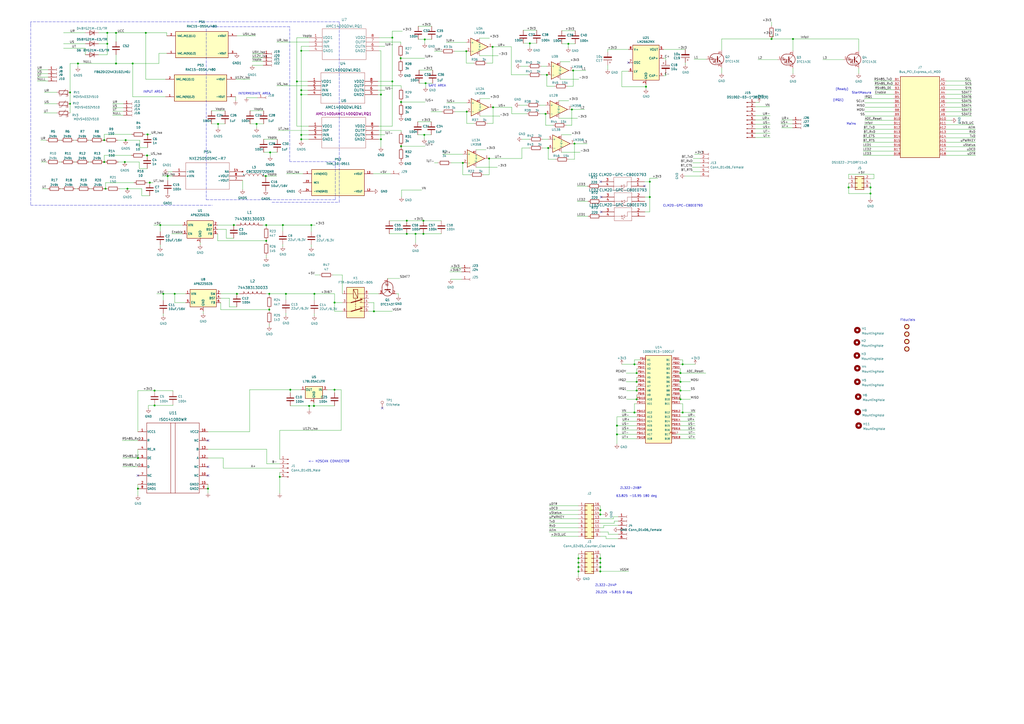
<source format=kicad_sch>
(kicad_sch (version 20211123) (generator eeschema)
  (paper "A2")
  (title_block (title "Main Board") (rev "4.0") (company "Delta Electronics SRL"))
  (junction (at 156.21 179.578))
  (junction (at 286.004 62.23))
  (junction (at 148.844 71.882))
  (junction (at 394.716 216.408))
  (junction (at 89.662 226.568))
  (junction (at 174.752 54.864))
  (junction (at 394.716 231.648))
  (junction (at 235.966 135.636))
  (junction (at 335.534 323.85))
  (junction (at 270.51 29.718))
  (junction (at 268.478 94.488))
  (junction (at 67.31 19.05))
  (junction (at 283.718 91.948))
  (junction (at 246.888 48.26))
  (junction (at 232.664 59.182))
  (junction (at 357.886 251.968))
  (junction (at 97.282 102.108))
  (junction (at 332.486 40.894))
  (junction (at 459.994 22.606))
  (junction (at 62.23 25.4))
  (junction (at 89.662 235.204))
  (junction (at 368.046 211.328))
  (junction (at 40.64 53.594))
  (junction (at 60.452 81.28))
  (junction (at 245.618 135.636))
  (junction (at 348.234 326.39))
  (junction (at 92.964 130.556))
  (junction (at 67.31 36.83))
  (junction (at 348.234 295.91))
  (junction (at 154.432 139.7))
  (junction (at 80.01 283.464))
  (junction (at 492.252 108.712))
  (junction (at 45.212 36.83))
  (junction (at 94.742 170.434))
  (junction (at 165.862 170.434))
  (junction (at 335.534 331.47))
  (junction (at 348.234 323.85))
  (junction (at 85.344 90.17))
  (junction (at 394.716 226.568))
  (junction (at 120.65 283.464))
  (junction (at 180.594 130.556))
  (junction (at 335.534 326.39))
  (junction (at 245.618 128.016))
  (junction (at 40.64 60.198))
  (junction (at 162.306 276.606))
  (junction (at 220.98 80.772))
  (junction (at 395.986 239.268))
  (junction (at 348.234 328.93))
  (junction (at 101.346 170.434))
  (junction (at 156.718 88.392))
  (junction (at 232.41 33.782))
  (junction (at 318.008 85.852))
  (junction (at 394.716 221.488))
  (junction (at 61.214 109.474))
  (junction (at 246.126 78.232))
  (junction (at 174.752 52.324))
  (junction (at 369.316 216.408))
  (junction (at 194.056 226.06))
  (junction (at 232.664 84.836))
  (junction (at 317.246 43.434))
  (junction (at 369.316 231.648))
  (junction (at 182.372 170.434))
  (junction (at 72.39 93.98))
  (junction (at 154.178 102.108))
  (junction (at 135.636 130.556))
  (junction (at 174.752 78.232))
  (junction (at 73.914 109.474))
  (junction (at 504.952 112.268))
  (junction (at 72.898 81.28))
  (junction (at 369.316 221.488))
  (junction (at 270.764 64.77))
  (junction (at 235.966 128.016))
  (junction (at 80.01 265.684))
  (junction (at 154.432 130.556))
  (junction (at 333.248 83.312))
  (junction (at 348.234 298.45))
  (junction (at 179.324 235.458))
  (junction (at 174.752 80.772))
  (junction (at 285.75 27.178))
  (junction (at 126.492 71.882))
  (junction (at 241.046 135.636))
  (junction (at 395.986 211.328))
  (junction (at 335.534 328.93))
  (junction (at 164.084 130.556))
  (junction (at 447.548 22.606))
  (junction (at 220.98 54.864))
  (junction (at 368.046 239.268))
  (junction (at 357.886 246.888))
  (junction (at 369.316 226.568))
  (junction (at 168.402 226.06))
  (junction (at 504.952 108.712))
  (junction (at 174.752 29.464))
  (junction (at 85.598 77.978))
  (junction (at 376.936 105.41))
  (junction (at 182.118 235.458))
  (junction (at 156.21 170.434))
  (junction (at 376.936 114.3))
  (junction (at 329.692 25.4))
  (junction (at 246.38 22.86))
  (junction (at 374.7262 50.292))
  (junction (at 316.484 66.04))
  (junction (at 331.724 63.5))
  (junction (at 307.34 25.146))
  (junction (at 62.23 19.05))
  (junction (at 194.056 175.514))
  (junction (at 84.582 19.05))
  (junction (at 227.584 21.844))
  (junction (at 216.916 180.594))
  (junction (at 137.414 170.434))
  (junction (at 76.962 36.83))
  (junction (at 172.212 47.244))
  (junction (at 60.452 93.98))
  (junction (at 227.584 47.244))
  (junction (at 86.868 105.918))
  (junction (at 348.234 331.47))
  (no_connect (at 80.01 275.844))
  (no_connect (at 364.5662 36.322))
  (no_connect (at 348.742 114.3))
  (no_connect (at 221.742 236.728))
  (no_connect (at 348.742 122.936))
  (no_connect (at 120.65 275.844))
  (no_connect (at 120.65 270.764))
  (no_connect (at 120.65 255.524))
  (no_connect (at 373.888 107.95))
  (no_connect (at 348.488 105.41))
  (wire (pts (xy 174.752 29.464) (xy 174.752 52.324)))
  (wire (pts (xy 260.858 157.734) (xy 267.716 157.734)))
  (wire (pts (xy 258.826 24.638) (xy 270.51 24.638)))
  (wire (pts (xy 368.046 208.788) (xy 371.856 208.788)))
  (wire (pts (xy 144.78 226.06) (xy 144.78 250.444)))
  (wire (pts (xy 296.672 27.178) (xy 296.672 43.434)))
  (wire (pts (xy 403.352 211.328) (xy 395.986 211.328)))
  (wire (pts (xy 278.384 67.31) (xy 289.814 67.31)))
  (wire (pts (xy 174.752 26.924) (xy 174.752 29.464)))
  (wire (pts (xy 355.854 299.72) (xy 358.648 299.72)))
  (wire (pts (xy 360.7562 50.292) (xy 374.7262 50.292)))
  (wire (pts (xy 65.278 64.516) (xy 71.628 64.516)))
  (wire (pts (xy 136.652 45.974) (xy 145.034 45.974)))
  (wire (pts (xy 278.13 22.098) (xy 283.972 22.098)))
  (wire (pts (xy 40.64 36.83) (xy 45.212 36.83)))
  (wire (pts (xy 232.41 33.782) (xy 232.41 34.544)))
  (wire (pts (xy 174.752 80.772) (xy 174.752 81.788)))
  (wire (pts (xy 160.528 24.384) (xy 179.324 24.384)))
  (wire (pts (xy 36.83 27.94) (xy 49.53 27.94)))
  (wire (pts (xy 156.21 170.434) (xy 165.862 170.434)))
  (wire (pts (xy 216.916 175.514) (xy 216.916 180.594)))
  (wire (pts (xy 348.234 293.37) (xy 348.234 295.91)))
  (wire (pts (xy 329.692 25.4) (xy 333.756 25.4)))
  (wire (pts (xy 251.968 29.718) (xy 256.032 29.718)))
  (wire (pts (xy 126.492 71.882) (xy 130.556 71.882)))
  (wire (pts (xy 395.986 234.188) (xy 395.986 239.268)))
  (wire (pts (xy 270.51 29.718) (xy 270.51 36.576)))
  (wire (pts (xy 324.104 68.58) (xy 335.026 68.58)))
  (wire (pts (xy 156.718 88.392) (xy 156.718 90.678)))
  (wire (pts (xy 373.888 105.41) (xy 376.936 105.41)))
  (wire (pts (xy 154.178 102.108) (xy 154.178 102.87)))
  (wire (pts (xy 394.716 231.648) (xy 400.558 231.648)))
  (wire (pts (xy 219.202 52.324) (xy 223.266 52.324)))
  (wire (pts (xy 179.324 26.924) (xy 174.752 26.924)))
  (wire (pts (xy 261.366 162.052) (xy 267.716 162.052)))
  (wire (pts (xy 384.8862 28.702) (xy 397.5862 28.702)))
  (wire (pts (xy 501.65 59.69) (xy 518.414 59.69)))
  (wire (pts (xy 507.492 52.07) (xy 518.414 52.07)))
  (wire (pts (xy 82.296 109.474) (xy 82.296 113.538)))
  (wire (pts (xy 179.324 235.458) (xy 179.324 237.744)))
  (wire (pts (xy 394.716 224.028) (xy 394.716 226.568)))
  (wire (pts (xy 409.448 216.408) (xy 394.716 216.408)))
  (wire (pts (xy 197.866 226.06) (xy 197.866 249.682)))
  (wire (pts (xy 36.83 25.4) (xy 49.53 25.4)))
  (wire (pts (xy 60.452 77.978) (xy 76.454 77.978)))
  (wire (pts (xy 34.544 81.28) (xy 35.306 81.28)))
  (wire (pts (xy 403.352 254.508) (xy 394.716 254.508)))
  (wire (pts (xy 60.452 93.98) (xy 60.452 90.17)))
  (wire (pts (xy 100.33 234.696) (xy 100.33 235.204)))
  (wire (pts (xy 384.8862 43.942) (xy 386.1562 43.942)))
  (wire (pts (xy 61.214 109.474) (xy 61.722 109.474)))
  (wire (pts (xy 263.652 29.718) (xy 270.51 29.718)))
  (wire (pts (xy 307.34 25.146) (xy 307.34 27.432)))
  (wire (pts (xy 357.886 251.968) (xy 369.316 251.968)))
  (wire (pts (xy 403.352 249.428) (xy 394.716 249.428)))
  (wire (pts (xy 213.868 180.594) (xy 216.916 180.594)))
  (wire (pts (xy 51.562 81.28) (xy 52.324 81.28)))
  (wire (pts (xy 307.086 80.772) (xy 302.768 80.772)))
  (wire (pts (xy 360.7562 41.402) (xy 360.7562 50.292)))
  (wire (pts (xy 67.31 24.13) (xy 67.31 19.05)))
  (wire (pts (xy 71.12 265.684) (xy 80.01 265.684)))
  (wire (pts (xy 446.786 77.216) (xy 438.15 77.216)))
  (wire (pts (xy 45.212 36.83) (xy 45.212 38.862)))
  (wire (pts (xy 90.932 170.434) (xy 94.742 170.434)))
  (polyline (pts (xy 194.564 93.726) (xy 168.148 93.726)))
  (wire (pts (xy 69.342 109.474) (xy 73.914 109.474)))
  (wire (pts (xy 80.772 93.98) (xy 80.772 97.79)))
  (wire (pts (xy 459.994 39.624) (xy 459.994 42.672)))
  (wire (pts (xy 395.986 211.328) (xy 394.716 211.328)))
  (wire (pts (xy 92.964 130.556) (xy 105.918 130.556)))
  (wire (pts (xy 256.794 89.408) (xy 268.478 89.408)))
  (wire (pts (xy 92.202 30.988) (xy 96.774 30.988)))
  (wire (pts (xy 296.926 62.23) (xy 296.926 66.04)))
  (wire (pts (xy 122.682 64.262) (xy 130.556 64.262)))
  (wire (pts (xy 83.82 90.17) (xy 85.344 90.17)))
  (wire (pts (xy 156.718 88.392) (xy 160.782 88.392)))
  (wire (pts (xy 145.034 64.262) (xy 152.908 64.262)))
  (wire (pts (xy 459.994 22.606) (xy 459.994 29.464)))
  (wire (pts (xy 235.966 128.016) (xy 245.618 128.016)))
  (wire (pts (xy 335.534 326.39) (xy 335.534 328.93)))
  (wire (pts (xy 36.83 19.05) (xy 49.53 19.05)))
  (wire (pts (xy 137.414 170.434) (xy 138.938 170.434)))
  (wire (pts (xy 194.056 226.06) (xy 194.056 227.838)))
  (wire (pts (xy 459.994 22.606) (xy 447.548 22.606)))
  (wire (pts (xy 368.046 234.188) (xy 369.316 234.188)))
  (wire (pts (xy 194.056 226.06) (xy 189.738 226.06)))
  (wire (pts (xy 235.966 135.636) (xy 241.046 135.636)))
  (wire (pts (xy 179.07 80.772) (xy 174.752 80.772)))
  (wire (pts (xy 374.142 122.936) (xy 376.936 122.936)))
  (wire (pts (xy 501.65 69.85) (xy 518.414 69.85)))
  (wire (pts (xy 62.23 31.75) (xy 62.23 25.4)))
  (polyline (pts (xy 119.634 16.764) (xy 119.634 115.824)))
  (wire (pts (xy 227.584 18.034) (xy 227.584 21.844)))
  (wire (pts (xy 246.888 48.26) (xy 250.952 48.26)))
  (wire (pts (xy 180.594 141.986) (xy 180.594 143.256)))
  (wire (pts (xy 477.266 34.544) (xy 489.204 34.544)))
  (wire (pts (xy 65.278 62.484) (xy 71.628 62.484)))
  (wire (pts (xy 179.07 73.152) (xy 172.212 73.152)))
  (wire (pts (xy 232.664 59.182) (xy 232.664 59.944)))
  (wire (pts (xy 261.366 155.448) (xy 267.716 155.448)))
  (wire (pts (xy 395.986 239.268) (xy 394.716 239.268)))
  (wire (pts (xy 164.084 130.556) (xy 164.084 134.112)))
  (wire (pts (xy 65.278 66.802) (xy 71.628 66.802)))
  (wire (pts (xy 283.718 91.948) (xy 302.768 91.948)))
  (wire (pts (xy 325.882 25.4) (xy 329.692 25.4)))
  (wire (pts (xy 303.53 17.526) (xy 311.404 17.526)))
  (wire (pts (xy 333.248 92.456) (xy 333.248 83.312)))
  (wire (pts (xy 350.266 304.8) (xy 350.266 306.07)))
  (wire (pts (xy 403.352 239.268) (xy 395.986 239.268)))
  (wire (pts (xy 182.372 174.244) (xy 182.372 170.434)))
  (wire (pts (xy 376.936 114.3) (xy 376.936 105.41)))
  (wire (pts (xy 23.876 93.98) (xy 26.924 93.98)))
  (polyline (pts (xy 120.65 15.494) (xy 168.148 15.494)))
  (wire (pts (xy 280.416 101.346) (xy 283.718 101.346)))
  (wire (pts (xy 57.15 31.75) (xy 62.23 31.75)))
  (wire (pts (xy 213.868 170.434) (xy 219.71 170.434)))
  (wire (pts (xy 357.886 251.968) (xy 357.886 257.556)))
  (wire (pts (xy 231.14 171.704) (xy 231.14 170.434)))
  (polyline (pts (xy 17.78 119.126) (xy 123.19 119.126)))
  (wire (pts (xy 376.936 103.378) (xy 381.508 103.378)))
  (wire (pts (xy 335.534 321.31) (xy 335.534 323.85)))
  (wire (pts (xy 153.416 102.108) (xy 154.178 102.108)))
  (wire (pts (xy 356.362 302.26) (xy 358.648 302.26)))
  (wire (pts (xy 439.674 34.544) (xy 451.104 34.544)))
  (wire (pts (xy 148.844 71.882) (xy 148.844 74.168)))
  (wire (pts (xy 350.266 306.07) (xy 348.234 306.07)))
  (polyline (pts (xy 196.85 12.7) (xy 17.78 12.7)))
  (wire (pts (xy 296.672 43.434) (xy 306.324 43.434)))
  (wire (pts (xy 227.584 47.244) (xy 227.584 73.152)))
  (wire (pts (xy 329.946 92.456) (xy 333.248 92.456)))
  (wire (pts (xy 324.104 58.42) (xy 329.946 58.42)))
  (wire (pts (xy 232.664 84.836) (xy 246.634 84.836)))
  (wire (pts (xy 357.886 246.888) (xy 369.316 246.888)))
  (wire (pts (xy 498.094 22.606) (xy 459.994 22.606)))
  (wire (pts (xy 25.654 53.594) (xy 33.02 53.594)))
  (wire (pts (xy 348.234 328.93) (xy 348.234 331.47)))
  (wire (pts (xy 81.026 85.598) (xy 85.598 85.598)))
  (wire (pts (xy 154.432 139.7) (xy 154.432 140.462)))
  (wire (pts (xy 232.918 110.236) (xy 232.918 114.3)))
  (wire (pts (xy 446.786 72.136) (xy 438.15 72.136)))
  (wire (pts (xy 314.706 85.852) (xy 318.008 85.852)))
  (wire (pts (xy 143.002 56.642) (xy 149.352 56.642)))
  (wire (pts (xy 194.056 180.594) (xy 198.628 180.594)))
  (wire (pts (xy 21.59 46.99) (xy 27.94 46.99)))
  (wire (pts (xy 136.652 56.134) (xy 136.652 58.42)))
  (wire (pts (xy 225.806 135.636) (xy 235.966 135.636)))
  (wire (pts (xy 85.344 105.918) (xy 86.868 105.918)))
  (wire (pts (xy 174.752 78.232) (xy 174.752 80.772)))
  (wire (pts (xy 65.278 60.198) (xy 71.628 60.198)))
  (wire (pts (xy 198.628 170.434) (xy 198.628 159.512)))
  (wire (pts (xy 241.046 140.97) (xy 241.046 135.636)))
  (wire (pts (xy 61.214 105.918) (xy 77.724 105.918)))
  (wire (pts (xy 506.984 101.092) (xy 506.984 103.632)))
  (wire (pts (xy 219.71 75.692) (xy 232.664 75.692)))
  (wire (pts (xy 172.212 47.244) (xy 178.562 47.244)))
  (wire (pts (xy 152.908 88.392) (xy 156.718 88.392)))
  (wire (pts (xy 180.594 130.556) (xy 182.88 130.556)))
  (wire (pts (xy 500.634 85.09) (xy 518.414 85.09)))
  (wire (pts (xy 92.964 141.986) (xy 92.964 143.256)))
  (wire (pts (xy 156.21 179.578) (xy 156.21 180.34)))
  (wire (pts (xy 500.634 90.17) (xy 518.414 90.17)))
  (wire (pts (xy 242.57 15.24) (xy 250.444 15.24)))
  (wire (pts (xy 348.234 298.45) (xy 350.012 298.45)))
  (wire (pts (xy 394.716 208.788) (xy 395.986 208.788)))
  (wire (pts (xy 335.534 328.93) (xy 335.534 331.47)))
  (wire (pts (xy 348.234 311.15) (xy 351.536 311.15)))
  (wire (pts (xy 369.316 213.868) (xy 369.316 216.408)))
  (wire (pts (xy 318.516 308.61) (xy 335.534 308.61)))
  (wire (pts (xy 129.54 265.684) (xy 129.54 271.526)))
  (wire (pts (xy 313.182 66.04) (xy 316.484 66.04)))
  (wire (pts (xy 89.662 226.568) (xy 100.33 226.568)))
  (wire (pts (xy 501.65 64.77) (xy 518.414 64.77)))
  (wire (pts (xy 244.602 110.236) (xy 232.918 110.236)))
  (wire (pts (xy 335.534 298.45) (xy 318.516 298.45)))
  (wire (pts (xy 282.448 36.576) (xy 285.75 36.576)))
  (wire (pts (xy 278.384 57.15) (xy 284.226 57.15)))
  (wire (pts (xy 395.986 208.788) (xy 395.986 211.328)))
  (wire (pts (xy 548.894 52.07) (xy 563.626 52.07)))
  (wire (pts (xy 21.59 44.704) (xy 27.94 44.704)))
  (wire (pts (xy 289.814 67.31) (xy 289.814 67.564)))
  (wire (pts (xy 227.584 18.034) (xy 233.426 18.034)))
  (wire (pts (xy 40.64 36.83) (xy 40.64 53.594)))
  (wire (pts (xy 100.076 99.568) (xy 97.536 99.568)))
  (wire (pts (xy 140.716 104.648) (xy 140.716 109.982)))
  (wire (pts (xy 60.452 81.28) (xy 60.706 81.28)))
  (wire (pts (xy 369.316 221.488) (xy 363.22 221.488)))
  (wire (pts (xy 453.39 69.596) (xy 459.74 69.596)))
  (wire (pts (xy 144.78 226.06) (xy 168.402 226.06)))
  (wire (pts (xy 126.238 130.556) (xy 135.636 130.556)))
  (wire (pts (xy 331.724 72.644) (xy 331.724 63.5)))
  (wire (pts (xy 148.844 71.882) (xy 152.908 71.882)))
  (wire (pts (xy 565.912 77.47) (xy 548.894 77.47)))
  (wire (pts (xy 504.952 103.632) (xy 506.984 103.632)))
  (wire (pts (xy 154.432 130.556) (xy 164.084 130.556)))
  (wire (pts (xy 447.548 14.986) (xy 447.548 12.7)))
  (wire (pts (xy 246.126 78.232) (xy 250.19 78.232)))
  (wire (pts (xy 197.866 226.06) (xy 194.056 226.06)))
  (wire (pts (xy 352.552 37.7698) (xy 352.552 40.3098)))
  (wire (pts (xy 504.952 106.172) (xy 504.952 108.712)))
  (wire (pts (xy 131.318 133.096) (xy 131.318 138.176)))
  (wire (pts (xy 224.79 161.544) (xy 231.902 161.544)))
  (wire (pts (xy 369.316 231.648) (xy 363.474 231.648)))
  (wire (pts (xy 329.692 25.4) (xy 329.692 27.686)))
  (wire (pts (xy 42.926 81.28) (xy 43.942 81.28)))
  (wire (pts (xy 120.65 280.924) (xy 120.65 283.464)))
  (wire (pts (xy 25.654 60.198) (xy 33.02 60.198)))
  (wire (pts (xy 94.742 181.864) (xy 94.742 183.134)))
  (wire (pts (xy 270.764 64.77) (xy 270.764 71.628)))
  (wire (pts (xy 174.752 52.324) (xy 178.562 52.324)))
  (wire (pts (xy 82.296 113.538) (xy 86.868 113.538)))
  (wire (pts (xy 61.214 109.474) (xy 61.214 105.918)))
  (wire (pts (xy 507.492 54.61) (xy 518.414 54.61)))
  (wire (pts (xy 403.352 241.808) (xy 394.716 241.808)))
  (wire (pts (xy 135.636 130.556) (xy 137.16 130.556)))
  (wire (pts (xy 137.414 20.828) (xy 148.336 20.828)))
  (wire (pts (xy 174.752 54.864) (xy 178.562 54.864)))
  (wire (pts (xy 216.408 100.838) (xy 226.568 100.838)))
  (wire (pts (xy 76.962 36.83) (xy 92.202 36.83)))
  (wire (pts (xy 335.534 331.47) (xy 335.534 334.518)))
  (wire (pts (xy 303.53 25.146) (xy 307.34 25.146)))
  (polyline (pts (xy 157.734 117.348) (xy 196.85 117.348)))
  (wire (pts (xy 548.894 67.31) (xy 563.626 67.31)))
  (wire (pts (xy 492.252 112.268) (xy 504.952 112.268)))
  (wire (pts (xy 335.534 311.15) (xy 319.532 311.15)))
  (wire (pts (xy 126.492 71.882) (xy 126.492 74.168)))
  (wire (pts (xy 332.486 50.038) (xy 332.486 40.894)))
  (wire (pts (xy 34.544 93.98) (xy 35.56 93.98)))
  (wire (pts (xy 84.582 45.974) (xy 84.582 19.05)))
  (wire (pts (xy 85.344 90.17) (xy 87.376 90.17)))
  (wire (pts (xy 219.71 73.152) (xy 227.584 73.152)))
  (wire (pts (xy 128.016 172.974) (xy 133.096 172.974)))
  (wire (pts (xy 219.964 21.844) (xy 227.584 21.844)))
  (wire (pts (xy 133.096 178.054) (xy 137.414 178.054)))
  (wire (pts (xy 322.326 92.456) (xy 318.008 92.456)))
  (wire (pts (xy 285.75 27.178) (xy 285.75 36.576)))
  (wire (pts (xy 360.68 211.328) (xy 368.046 211.328)))
  (wire (pts (xy 52.324 109.474) (xy 53.086 109.474)))
  (wire (pts (xy 120.65 260.604) (xy 154.686 260.604)))
  (wire (pts (xy 501.65 62.23) (xy 518.414 62.23)))
  (wire (pts (xy 72.39 93.98) (xy 80.772 93.98)))
  (wire (pts (xy 242.57 22.86) (xy 246.38 22.86)))
  (wire (pts (xy 232.664 49.784) (xy 232.664 51.054)))
  (wire (pts (xy 276.098 86.868) (xy 281.94 86.868)))
  (wire (pts (xy 162.306 266.446) (xy 162.306 249.682)))
  (wire (pts (xy 168.402 226.06) (xy 168.402 227.838)))
  (wire (pts (xy 126.238 139.7) (xy 126.238 135.636)))
  (wire (pts (xy 492.252 108.712) (xy 492.252 112.268)))
  (polyline (pts (xy 17.78 12.7) (xy 17.78 14.224)))
  (wire (pts (xy 394.716 221.488) (xy 400.558 221.488)))
  (wire (pts (xy 96.012 56.134) (xy 76.962 56.134)))
  (wire (pts (xy 154.178 102.108) (xy 160.528 102.108)))
  (wire (pts (xy 500.634 82.55) (xy 518.414 82.55)))
  (wire (pts (xy 364.5662 41.402) (xy 360.7562 41.402)))
  (wire (pts (xy 97.282 102.108) (xy 93.98 102.108)))
  (wire (pts (xy 122.682 71.882) (xy 126.492 71.882)))
  (wire (pts (xy 194.056 175.514) (xy 194.056 180.594)))
  (wire (pts (xy 548.894 72.39) (xy 564.896 72.39)))
  (wire (pts (xy 369.316 224.028) (xy 369.316 226.568)))
  (wire (pts (xy 162.306 249.682) (xy 197.866 249.682)))
  (wire (pts (xy 180.594 134.366) (xy 180.594 130.556)))
  (wire (pts (xy 101.346 175.514) (xy 101.346 170.434)))
  (wire (pts (xy 406.146 102.108) (xy 397.256 102.108)))
  (polyline (pts (xy 196.85 117.348) (xy 196.85 12.7)))
  (wire (pts (xy 325.882 17.78) (xy 333.756 17.78)))
  (wire (pts (xy 368.046 234.188) (xy 368.046 239.268)))
  (wire (pts (xy 333.248 83.312) (xy 340.614 83.312)))
  (wire (pts (xy 286.004 62.23) (xy 286.004 71.628)))
  (wire (pts (xy 40.64 60.198) (xy 40.64 65.532)))
  (wire (pts (xy 71.12 270.764) (xy 80.01 270.764)))
  (wire (pts (xy 219.964 29.464) (xy 220.98 29.464)))
  (wire (pts (xy 313.944 43.434) (xy 317.246 43.434)))
  (wire (pts (xy 500.634 87.63) (xy 518.414 87.63)))
  (wire (pts (xy 68.58 93.98) (xy 72.39 93.98)))
  (wire (pts (xy 161.29 75.692) (xy 179.07 75.692)))
  (wire (pts (xy 45.212 36.83) (xy 67.31 36.83)))
  (wire (pts (xy 348.234 295.91) (xy 348.234 298.45)))
  (wire (pts (xy 276.098 97.028) (xy 288.544 97.028)))
  (wire (pts (xy 318.516 300.99) (xy 335.534 300.99)))
  (wire (pts (xy 313.182 60.96) (xy 316.484 60.96)))
  (wire (pts (xy 219.202 54.864) (xy 220.98 54.864)))
  (wire (pts (xy 331.724 63.5) (xy 339.09 63.5)))
  (wire (pts (xy 274.828 36.576) (xy 270.51 36.576)))
  (wire (pts (xy 446.786 74.676) (xy 438.15 74.676)))
  (wire (pts (xy 307.34 25.146) (xy 311.404 25.146)))
  (wire (pts (xy 232.664 58.674) (xy 232.664 59.182)))
  (wire (pts (xy 172.212 21.844) (xy 179.324 21.844)))
  (wire (pts (xy 268.478 94.488) (xy 268.478 101.346)))
  (wire (pts (xy 154.686 260.604) (xy 154.686 268.986)))
  (wire (pts (xy 60.706 109.474) (xy 61.214 109.474)))
  (wire (pts (xy 492.252 101.092) (xy 506.984 101.092)))
  (wire (pts (xy 328.422 72.644) (xy 331.724 72.644)))
  (wire (pts (xy 374.7262 49.022) (xy 374.7262 50.292)))
  (wire (pts (xy 369.316 229.108) (xy 369.316 231.648)))
  (polyline (pts (xy 168.148 93.726) (xy 168.148 15.494)))
  (wire (pts (xy 507.238 49.53) (xy 518.414 49.53)))
  (wire (pts (xy 162.306 276.606) (xy 162.306 286.258)))
  (wire (pts (xy 80.01 226.568) (xy 89.662 226.568)))
  (wire (pts (xy 154.432 130.556) (xy 154.432 131.572)))
  (wire (pts (xy 348.234 321.31) (xy 348.234 323.85)))
  (wire (pts (xy 498.094 22.606) (xy 498.094 29.464)))
  (wire (pts (xy 145.034 71.882) (xy 148.844 71.882)))
  (wire (pts (xy 168.402 235.458) (xy 179.324 235.458)))
  (wire (pts (xy 452.882 71.882) (xy 459.74 71.882)))
  (wire (pts (xy 146.304 33.528) (xy 152.654 33.528)))
  (wire (pts (xy 174.752 54.864) (xy 174.752 78.232)))
  (wire (pts (xy 563.626 54.61) (xy 548.894 54.61)))
  (wire (pts (xy 438.15 61.976) (xy 446.532 61.976)))
  (wire (pts (xy 165.862 170.434) (xy 182.372 170.434)))
  (wire (pts (xy 156.21 179.578) (xy 128.016 179.578)))
  (wire (pts (xy 156.21 170.434) (xy 156.21 171.45)))
  (wire (pts (xy 358.648 304.8) (xy 350.266 304.8)))
  (wire (pts (xy 154.432 139.192) (xy 154.432 139.7)))
  (wire (pts (xy 165.862 181.61) (xy 165.862 182.88)))
  (wire (pts (xy 386.1562 33.782) (xy 386.1562 35.052)))
  (wire (pts (xy 306.324 38.354) (xy 302.006 38.354)))
  (wire (pts (xy 24.384 109.474) (xy 27.686 109.474)))
  (wire (pts (xy 325.628 78.232) (xy 331.47 78.232)))
  (wire (pts (xy 321.564 50.038) (xy 317.246 50.038)))
  (wire (pts (xy 563.626 59.69) (xy 548.894 59.69)))
  (wire (pts (xy 231.14 170.434) (xy 229.87 170.434)))
  (wire (pts (xy 76.962 56.134) (xy 76.962 36.83)))
  (wire (pts (xy 92.202 30.988) (xy 92.202 36.83)))
  (wire (pts (xy 500.634 80.01) (xy 518.414 80.01)))
  (wire (pts (xy 101.346 170.434) (xy 107.696 170.434)))
  (wire (pts (xy 283.718 91.948) (xy 283.718 101.346)))
  (wire (pts (xy 501.65 67.31) (xy 518.414 67.31)))
  (wire (pts (xy 406.146 97.028) (xy 401.574 97.028)))
  (wire (pts (xy 165.862 170.434) (xy 165.862 173.99)))
  (wire (pts (xy 85.598 77.978) (xy 87.63 77.978)))
  (wire (pts (xy 324.866 45.974) (xy 335.788 45.974)))
  (wire (pts (xy 334.772 107.95) (xy 340.868 107.95)))
  (wire (pts (xy 172.212 73.152) (xy 172.212 47.244)))
  (wire (pts (xy 146.304 37.846) (xy 152.654 37.846)))
  (wire (pts (xy 376.936 105.41) (xy 376.936 103.378)))
  (wire (pts (xy 278.13 32.258) (xy 289.052 32.258)))
  (wire (pts (xy 99.568 135.636) (xy 105.918 135.636)))
  (wire (pts (xy 219.71 80.772) (xy 220.98 80.772)))
  (wire (pts (xy 418.592 39.37) (xy 418.592 42.418)))
  (wire (pts (xy 40.64 53.594) (xy 40.64 60.198)))
  (wire (pts (xy 152.4 130.556) (xy 154.432 130.556)))
  (wire (pts (xy 219.202 49.784) (xy 232.664 49.784)))
  (wire (pts (xy 67.31 19.05) (xy 84.582 19.05)))
  (wire (pts (xy 446.786 67.056) (xy 438.15 67.056)))
  (wire (pts (xy 194.056 175.514) (xy 198.628 175.514)))
  (wire (pts (xy 96.012 45.974) (xy 84.582 45.974)))
  (wire (pts (xy 270.764 64.77) (xy 263.906 64.77)))
  (wire (pts (xy 68.326 81.28) (xy 72.898 81.28)))
  (wire (pts (xy 164.084 130.556) (xy 180.594 130.556)))
  (wire (pts (xy 182.118 235.458) (xy 194.056 235.458)))
  (wire (pts (xy 97.282 102.108) (xy 97.282 104.648)))
  (wire (pts (xy 129.54 271.526) (xy 162.306 271.526)))
  (wire (pts (xy 227.584 21.844) (xy 227.584 47.244)))
  (wire (pts (xy 506.984 46.99) (xy 518.414 46.99)))
  (wire (pts (xy 220.98 29.464) (xy 220.98 54.864)))
  (wire (pts (xy 89.662 234.696) (xy 89.662 235.204)))
  (wire (pts (xy 57.15 25.4) (xy 62.23 25.4)))
  (wire (pts (xy 43.18 93.98) (xy 43.942 93.98)))
  (wire (pts (xy 348.234 331.47) (xy 364.744 331.47)))
  (wire (pts (xy 418.592 22.606) (xy 418.592 29.21)))
  (wire (pts (xy 154.686 268.986) (xy 162.306 268.986)))
  (wire (pts (xy 100.076 102.108) (xy 97.282 102.108)))
  (wire (pts (xy 492.252 106.172) (xy 492.252 108.712)))
  (wire (pts (xy 232.664 84.328) (xy 232.664 84.836)))
  (wire (pts (xy 51.562 93.98) (xy 52.578 93.98)))
  (wire (pts (xy 96.774 19.05) (xy 96.774 20.828)))
  (wire (pts (xy 348.234 323.85) (xy 348.234 326.39)))
  (wire (pts (xy 501.396 72.39) (xy 518.414 72.39)))
  (wire (pts (xy 164.084 141.732) (xy 164.084 143.002)))
  (wire (pts (xy 117.856 180.594) (xy 117.856 181.864)))
  (wire (pts (xy 246.888 48.26) (xy 246.888 50.546)))
  (wire (pts (xy 316.484 66.04) (xy 316.484 72.644)))
  (wire (pts (xy 154.432 148.082) (xy 154.432 149.352)))
  (wire (pts (xy 120.65 283.464) (xy 120.65 286.004)))
  (wire (pts (xy 100.33 226.568) (xy 100.33 227.076)))
  (wire (pts (xy 565.912 80.01) (xy 548.894 80.01)))
  (wire (pts (xy 501.396 57.15) (xy 518.414 57.15)))
  (wire (pts (xy 70.866 255.524) (xy 80.01 255.524)))
  (wire (pts (xy 360.68 254.508) (xy 369.316 254.508)))
  (wire (pts (xy 403.352 246.888) (xy 394.716 246.888)))
  (wire (pts (xy 348.234 326.39) (xy 348.234 328.93)))
  (wire (pts (xy 232.664 84.836) (xy 232.664 85.598)))
  (wire (pts (xy 245.618 128.016) (xy 256.032 128.016)))
  (wire (pts (xy 86.868 105.918) (xy 88.9 105.918)))
  (wire (pts (xy 59.944 81.28) (xy 60.452 81.28)))
  (wire (pts (xy 86.106 235.204) (xy 86.106 236.982)))
  (wire (pts (xy 406.146 91.948) (xy 402.082 91.948)))
  (wire (pts (xy 128.016 179.578) (xy 128.016 175.514)))
  (wire (pts (xy 351.536 311.15) (xy 351.536 312.42)))
  (wire (pts (xy 335.534 323.85) (xy 335.534 326.39)))
  (wire (pts (xy 49.53 27.94) (xy 49.53 31.75)))
  (wire (pts (xy 334.772 125.476) (xy 341.122 125.476)))
  (wire (pts (xy 219.964 24.384) (xy 232.41 24.384)))
  (wire (pts (xy 120.65 265.684) (xy 129.54 265.684)))
  (wire (pts (xy 335.534 293.37) (xy 318.516 293.37)))
  (wire (pts (xy 242.316 70.612) (xy 250.19 70.612)))
  (wire (pts (xy 313.944 38.354) (xy 317.246 38.354)))
  (wire (pts (xy 35.306 109.474) (xy 36.068 109.474)))
  (wire (pts (xy 446.786 79.756) (xy 438.15 79.756)))
  (wire (pts (xy 418.592 22.606) (xy 447.548 22.606)))
  (wire (pts (xy 249.936 64.77) (xy 256.286 64.77)))
  (wire (pts (xy 80.01 280.924) (xy 80.01 283.464)))
  (wire (pts (xy 245.618 135.636) (xy 256.032 135.636)))
  (wire (pts (xy 369.316 216.408) (xy 363.22 216.408)))
  (wire (pts (xy 329.184 50.038) (xy 332.486 50.038)))
  (wire (pts (xy 325.628 88.392) (xy 336.55 88.392)))
  (wire (pts (xy 246.38 22.86) (xy 246.38 25.146)))
  (wire (pts (xy 318.516 306.07) (xy 335.534 306.07)))
  (wire (pts (xy 374.142 114.3) (xy 376.936 114.3)))
  (wire (pts (xy 193.04 159.512) (xy 198.628 159.512)))
  (wire (pts (xy 360.68 249.428) (xy 369.316 249.428)))
  (wire (pts (xy 160.528 49.784) (xy 178.562 49.784)))
  (wire (pts (xy 60.452 93.98) (xy 60.96 93.98)))
  (wire (pts (xy 296.926 66.04) (xy 305.562 66.04)))
  (wire (pts (xy 368.046 211.328) (xy 369.316 211.328)))
  (wire (pts (xy 504.952 112.268) (xy 504.952 115.0366)))
  (wire (pts (xy 386.1562 43.942) (xy 386.1562 42.672)))
  (wire (pts (xy 216.916 180.594) (xy 227.584 180.594)))
  (wire (pts (xy 220.98 54.864) (xy 220.98 80.772)))
  (wire (pts (xy 81.026 81.28) (xy 81.026 85.598)))
  (wire (pts (xy 268.478 94.488) (xy 261.62 94.488)))
  (wire (pts (xy 174.752 78.232) (xy 179.07 78.232)))
  (wire (pts (xy 324.866 35.814) (xy 330.708 35.814)))
  (wire (pts (xy 355.854 300.99) (xy 355.854 299.72)))
  (wire (pts (xy 374.7262 50.292) (xy 374.7262 51.562)))
  (wire (pts (xy 116.078 140.716) (xy 116.078 141.986)))
  (wire (pts (xy 453.39 74.168) (xy 459.74 74.168)))
  (wire (pts (xy 275.082 71.628) (xy 270.764 71.628)))
  (wire (pts (xy 500.888 77.47) (xy 518.414 77.47)))
  (wire (pts (xy 548.894 90.17) (xy 565.912 90.17)))
  (wire (pts (xy 243.078 48.26) (xy 246.888 48.26)))
  (wire (pts (xy 232.41 33.274) (xy 232.41 33.782)))
  (wire (pts (xy 394.716 226.568) (xy 400.558 226.568)))
  (wire (pts (xy 43.688 109.474) (xy 44.704 109.474)))
  (wire (pts (xy 563.626 64.77) (xy 548.894 64.77)))
  (wire (pts (xy 120.65 250.444) (xy 144.78 250.444)))
  (wire (pts (xy 548.894 69.85) (xy 551.942 69.85)))
  (wire (pts (xy 307.086 85.852) (xy 302.768 85.852)))
  (wire (pts (xy 182.118 233.68) (xy 182.118 235.458)))
  (wire (pts (xy 305.562 60.96) (xy 301.244 60.96)))
  (wire (pts (xy 335.534 295.91) (xy 318.516 295.91)))
  (wire (pts (xy 60.452 90.17) (xy 76.2 90.17)))
  (wire (pts (xy 285.75 27.178) (xy 296.672 27.178)))
  (polyline (pts (xy 119.634 115.824) (xy 194.564 115.824)))
  (wire (pts (xy 448.056 22.352) (xy 448.056 20.066)))
  (wire (pts (xy 395.986 234.188) (xy 394.716 234.188)))
  (wire (pts (xy 318.516 303.53) (xy 335.534 303.53)))
  (wire (pts (xy 246.38 22.86) (xy 250.444 22.86)))
  (wire (pts (xy 360.68 239.268) (xy 368.046 239.268)))
  (wire (pts (xy 500.888 74.93) (xy 518.414 74.93)))
  (wire (pts (xy 67.31 19.05) (xy 62.23 19.05)))
  (wire (pts (xy 126.238 133.096) (xy 131.318 133.096)))
  (wire (pts (xy 174.752 29.464) (xy 179.324 29.464)))
  (wire (pts (xy 232.41 33.782) (xy 246.38 33.782)))
  (wire (pts (xy 368.046 208.788) (xy 368.046 211.328)))
  (wire (pts (xy 384.8862 33.782) (xy 386.1562 33.782)))
  (wire (pts (xy 392.176 251.968) (xy 403.352 251.968)))
  (wire (pts (xy 259.08 59.69) (xy 270.764 59.69)))
  (wire (pts (xy 219.71 78.232) (xy 223.266 78.232)))
  (wire (pts (xy 376.936 122.936) (xy 376.936 114.3)))
  (wire (pts (xy 357.886 241.808) (xy 357.886 246.888)))
  (wire (pts (xy 397.5862 36.322) (xy 397.5862 37.592)))
  (wire (pts (xy 368.046 239.268) (xy 369.316 239.268)))
  (wire (pts (xy 369.316 226.568) (xy 363.474 226.568)))
  (wire (pts (xy 154.432 139.7) (xy 126.238 139.7)))
  (wire (pts (xy 352.552 28.702) (xy 364.5662 28.702)))
  (wire (pts (xy 162.306 274.066) (xy 162.306 276.606)))
  (wire (pts (xy 402.59 34.29) (xy 409.702 34.29)))
  (wire (pts (xy 241.046 135.636) (xy 245.618 135.636)))
  (wire (pts (xy 360.934 244.348) (xy 369.316 244.348)))
  (wire (pts (xy 243.078 40.64) (xy 250.952 40.64)))
  (wire (pts (xy 131.318 138.176) (xy 135.636 138.176)))
  (wire (pts (xy 348.234 303.53) (xy 356.362 303.53)))
  (polyline (pts (xy 17.78 14.224) (xy 17.78 119.126)))
  (wire (pts (xy 406.146 94.488) (xy 401.828 94.488)))
  (wire (pts (xy 492.252 103.632) (xy 492.252 101.092)))
  (wire (pts (xy 282.702 71.628) (xy 286.004 71.628)))
  (wire (pts (xy 232.41 24.384) (xy 232.41 25.654)))
  (wire (pts (xy 394.716 213.868) (xy 394.716 216.408)))
  (wire (pts (xy 21.59 42.672) (xy 27.94 42.672)))
  (wire (pts (xy 182.372 181.864) (xy 182.372 183.134)))
  (wire (pts (xy 548.894 85.09) (xy 565.912 85.09)))
  (wire (pts (xy 172.212 47.244) (xy 172.212 21.844)))
  (wire (pts (xy 156.21 187.96) (xy 156.21 189.23)))
  (wire (pts (xy 89.662 235.204) (xy 100.33 235.204)))
  (wire (pts (xy 498.094 39.624) (xy 498.094 42.672)))
  (wire (pts (xy 356.362 303.53) (xy 356.362 302.26)))
  (wire (pts (xy 332.486 40.894) (xy 339.852 40.894)))
  (wire (pts (xy 318.008 85.852) (xy 318.008 92.456)))
  (wire (pts (xy 154.178 170.434) (xy 156.21 170.434)))
  (wire (pts (xy 128.016 170.434) (xy 137.414 170.434)))
  (wire (pts (xy 60.452 81.28) (xy 60.452 77.978)))
  (wire (pts (xy 179.324 235.458) (xy 182.118 235.458)))
  (wire (pts (xy 225.806 128.016) (xy 235.966 128.016)))
  (wire (pts (xy 80.01 226.568) (xy 80.01 250.444)))
  (wire (pts (xy 438.15 59.436) (xy 440.436 59.436)))
  (wire (pts (xy 563.626 49.53) (xy 548.894 49.53)))
  (wire (pts (xy 402.844 89.408) (xy 406.146 89.408)))
  (wire (pts (xy 348.234 300.99) (xy 355.854 300.99)))
  (wire (pts (xy 334.772 116.84) (xy 341.122 116.84)))
  (wire (pts (xy 62.23 19.05) (xy 57.15 19.05)))
  (wire (pts (xy 60.198 93.98) (xy 60.452 93.98)))
  (wire (pts (xy 242.316 78.232) (xy 246.126 78.232)))
  (wire (pts (xy 92.964 130.556) (xy 92.964 134.366)))
  (wire (pts (xy 251.968 94.488) (xy 254 94.488)))
  (wire (pts (xy 565.912 82.55) (xy 548.894 82.55)))
  (wire (pts (xy 166.116 100.838) (xy 175.768 100.838)))
  (wire (pts (xy 548.894 62.23) (xy 563.626 62.23)))
  (wire (pts (xy 314.706 80.772) (xy 318.008 80.772)))
  (wire (pts (xy 302.768 91.948) (xy 302.768 85.852)))
  (wire (pts (xy 94.742 170.434) (xy 94.742 174.244)))
  (wire (pts (xy 133.096 172.974) (xy 133.096 178.054)))
  (wire (pts (xy 80.01 260.604) (xy 80.01 265.684)))
  (wire (pts (xy 86.106 235.204) (xy 89.662 235.204)))
  (wire (pts (xy 72.898 81.28) (xy 81.026 81.28)))
  (wire (pts (xy 146.304 31.242) (xy 152.654 31.242)))
  (wire (pts (xy 84.582 19.05) (xy 96.774 19.05)))
  (wire (pts (xy 152.908 80.772) (xy 160.782 80.772)))
  (wire (pts (xy 446.532 69.596) (xy 438.15 69.596)))
  (wire (pts (xy 25.4 65.532) (xy 33.02 65.532)))
  (wire (pts (xy 352.806 309.88) (xy 358.648 309.88)))
  (wire (pts (xy 156.21 179.07) (xy 156.21 179.578)))
  (wire (pts (xy 232.664 75.692) (xy 232.664 76.708)))
  (wire (pts (xy 272.796 101.346) (xy 268.478 101.346)))
  (wire (pts (xy 504.952 108.712) (xy 504.952 112.268)))
  (wire (pts (xy 394.716 229.108) (xy 394.716 231.648)))
  (wire (pts (xy 89.662 226.568) (xy 89.662 227.076)))
  (wire (pts (xy 146.304 35.56) (xy 152.654 35.56)))
  (polyline (pts (xy 194.564 115.824) (xy 194.564 93.726)))
  (wire (pts (xy 62.23 25.4) (xy 62.23 19.05)))
  (wire (pts (xy 84.074 77.978) (xy 85.598 77.978)))
  (wire (pts (xy 548.894 87.63) (xy 565.912 87.63)))
  (wire (pts (xy 232.664 59.182) (xy 246.634 59.182)))
  (wire (pts (xy 348.234 308.61) (xy 352.806 308.61)))
  (wire (pts (xy 80.01 283.464) (xy 80.01 287.528)))
  (wire (pts (xy 219.964 26.924) (xy 223.266 26.924)))
  (wire (pts (xy 563.626 57.15) (xy 548.894 57.15)))
  (wire (pts (xy 23.622 81.28) (xy 26.924 81.28)))
  (wire (pts (xy 286.004 62.23) (xy 296.926 62.23)))
  (wire (pts (xy 369.316 218.948) (xy 369.316 221.488)))
  (wire (pts (xy 89.154 130.556) (xy 92.964 130.556)))
  (wire (pts (xy 563.372 46.99) (xy 548.894 46.99)))
  (wire (pts (xy 67.31 36.83) (xy 76.962 36.83)))
  (wire (pts (xy 357.886 246.888) (xy 357.886 251.968)))
  (wire (pts (xy 565.912 74.93) (xy 548.894 74.93)))
  (wire (pts (xy 317.246 43.434) (xy 317.246 50.038)))
  (wire (pts (xy 101.346 175.514) (xy 107.696 175.514)))
  (wire (pts (xy 174.752 52.324) (xy 174.752 54.864)))
  (wire (pts (xy 194.056 170.434) (xy 194.056 175.514)))
  (wire (pts (xy 220.98 80.772) (xy 220.98 85.344)))
  (wire (pts (xy 182.626 159.512) (xy 185.42 159.512)))
  (wire (pts (xy 351.536 312.42) (xy 358.648 312.42)))
  (wire (pts (xy 406.146 99.568) (xy 401.828 99.568)))
  (wire (pts (xy 182.372 170.434) (xy 194.056 170.434)))
  (wire (pts (xy 219.202 47.244) (xy 227.584 47.244)))
  (wire (pts (xy 246.126 78.232) (xy 246.126 80.518)))
  (wire (pts (xy 352.806 308.61) (xy 352.806 309.88)))
  (wire (pts (xy 352.552 28.702) (xy 352.552 30.1498)))
  (wire (pts (xy 403.098 244.348) (xy 394.716 244.348)))
  (wire (pts (xy 213.868 175.514) (xy 216.916 175.514)))
  (wire (pts (xy 94.742 170.434) (xy 101.346 170.434)))
  (wire (pts (xy 80.772 97.79) (xy 85.344 97.79)))
  (wire (pts (xy 394.716 218.948) (xy 394.716 221.488)))
  (wire (pts (xy 21.59 40.386) (xy 27.94 40.386)))
  (wire (pts (xy 67.31 31.75) (xy 67.31 36.83)))
  (wire (pts (xy 320.802 72.644) (xy 316.484 72.644)))
  (wire (pts (xy 73.914 109.474) (xy 82.296 109.474)))
  (wire (pts (xy 168.402 226.06) (xy 174.498 226.06)))
  (wire (pts (xy 357.886 241.808) (xy 369.316 241.808)))
  (text "ZL322-2X4P\n\n" (at 345.186 342.392 0) (effects (font (size 1.27 1.27)) (justify left bottom)))
  (text "ZL322-2X8P" (at 359.664 283.972 0) (effects (font (size 1.27 1.27)) (justify left bottom)))
  (text "20.225 -5.815 0 deg" (at 345.44 344.424 0) (effects (font (size 1.27 1.27)) (justify left bottom)))
  (text "(Ready)" (at 484.632 52.578 0) (effects (font (size 1.27 1.27)) (justify left bottom)))
  (text "Fiducials\n" (at 522.224 186.436 0) (effects (font (size 1.27 1.27)) (justify left bottom)))
  (text "Mains\n\n" (at 490.982 74.676 0) (effects (font (size 1.27 1.27)) (justify left bottom)))
  (text "(IRQ1)" (at 483.108 58.928 0) (effects (font (size 1.27 1.27)) (justify left bottom)))
  (text "CLM2D-GPC-CB0E0793" (at 384.556 120.142 0) (effects (font (size 1.27 1.27)) (justify left bottom)))
  (text "StartMasura" (at 494.03 54.61 0) (effects (font (size 1.27 1.27)) (justify left bottom)))
  (text "63.825 -10.95 180 deg" (at 357.378 288.544 0) (effects (font (size 1.27 1.27)) (justify left bottom)))
  (text "<- H2SCAN CONNECTOR" (at 178.816 268.478 0) (effects (font (size 1.27 1.27)) (justify left bottom)))
  (text "SAFE AREA\n" (at 248.412 50.546 0) (effects (font (size 1.27 1.27)) (justify left bottom)))
  (text "INPUT AREA" (at 83.058 54.102 0) (effects (font (size 1.27 1.27)) (justify left bottom)))
  (text "INTERMEDIATE AREA" (at 138.176 55.118 0) (effects (font (size 1.27 1.27)) (justify left bottom)))
  (label "+5V" (at 220.218 100.838 0))
  (label "-3V3" (at 289.814 67.564 0))
  (label "iUT-" (at 251.968 94.488 180))
  (label "SS" (at 501.65 67.31 180))
  (label "SDAT6" (at 563.626 57.15 180))
  (label "iUR-" (at 251.968 29.718 0))
  (label "UR-" (at 360.68 241.808 0))
  (label "iUR-" (at 223.266 26.924 0))
  (label "BT_RxD" (at 500.888 77.47 0))
  (label "UR" (at 23.622 81.28 0))
  (label "RxD" (at 318.516 306.07 0))
  (label "RS485_RxD" (at 507.238 49.53 0))
  (label "iUS-" (at 249.936 64.77 0))
  (label "+3V3_UC" (at 564.896 72.39 180))
  (label "-3V3" (at 336.55 88.392 0))
  (label "LED1" (at 334.772 125.476 0))
  (label "Alim" (at 318.516 308.61 0))
  (label "UT+" (at 446.786 79.756 180))
  (label "+3V3" (at 245.5641 40.64 0))
  (label "UT-" (at 360.68 251.968 0))
  (label "RS485_RxD" (at 70.866 255.524 0))
  (label "US-" (at 403.352 246.888 180))
  (label "BT_CTS" (at 500.634 80.01 0))
  (label "UT+" (at 453.39 74.168 0))
  (label "UR+" (at 293.116 27.178 180))
  (label "BT_TxD" (at 402.082 91.948 180))
  (label "UR-" (at 446.786 67.056 180))
  (label "VGSM" (at 364.744 331.47 180))
  (label "-3V3" (at 393.192 28.702 0))
  (label "SCL" (at 563.372 46.99 180))
  (label "SCLK" (at 501.65 59.69 180))
  (label "LED3" (at 500.634 90.17 0))
  (label "+3V67" (at 186.182 170.434 0))
  (label "Enable" (at 99.568 135.636 0))
  (label "+3V3" (at 233.426 18.034 0))
  (label "UR" (at 40.64 19.05 0))
  (label "NULL" (at 21.59 46.99 0))
  (label "MOSI" (at 501.65 64.77 180))
  (label "Vopto" (at 160.528 102.108 180))
  (label "UR+" (at 453.39 69.596 0))
  (label "NULL" (at 65.278 66.802 0))
  (label "UR+" (at 360.934 244.348 0))
  (label "US" (at 21.59 42.672 0))
  (label "uPWRKEY" (at 318.516 300.99 0))
  (label "+3V67" (at 260.858 157.734 0))
  (label "SDAT4" (at 563.626 62.23 180))
  (label "+3V3" (at 261.366 155.448 0))
  (label "+5V" (at 497.586 101.092 0))
  (label "RS485_DE" (at 71.12 265.684 0))
  (label "UT" (at 21.59 44.704 0))
  (label "+3V3" (at 447.548 12.7 180))
  (label "A+" (at 145.542 271.526 0))
  (label "UR_Iso" (at 160.528 24.384 0))
  (label "BT_RTS" (at 500.634 82.55 0))
  (label "US" (at 25.654 60.198 0))
  (label "InfoV" (at 501.396 72.39 0))
  (label "U5V_Iso" (at 166.116 100.838 0))
  (label "iUT+" (at 246.634 84.836 0))
  (label "U5V_Iso" (at 148.336 20.828 180))
  (label "VN" (at 360.68 239.268 0))
  (label "+3V3" (at 305.562 17.526 0))
  (label "UT" (at 65.278 64.516 0))
  (label "SDAT7" (at 563.626 54.61 180))
  (label "uDCD" (at 565.912 87.63 180))
  (label "iUT-" (at 223.266 78.232 0))
  (label "BT_RxD" (at 401.828 94.488 180))
  (label "+5V" (at 89.154 130.556 0))
  (label "B-" (at 157.734 268.986 0))
  (label "uDCD" (at 318.516 295.91 0))
  (label "SDAT7" (at 231.902 161.544 0))
  (label "L2" (at 339.09 63.5 180))
  (label "C-" (at 385.4196 43.942 0))
  (label "READY" (at 363.22 216.408 180))
  (label "UT+" (at 360.68 254.508 0))
  (label "U12V_Iso" (at 146.304 33.528 0))
  (label "iUR+" (at 246.38 33.782 0))
  (label "US+" (at 452.882 71.882 0))
  (label "US" (at 40.386 25.4 0))
  (label "UT-" (at 446.786 77.216 180))
  (label "US" (at 65.278 62.484 0))
  (label "U5V_Iso" (at 146.304 31.242 0))
  (label "uDTR" (at 318.516 293.37 0))
  (label "+3V3" (at 330.708 35.814 0))
  (label "Vopto" (at 175.514 21.844 0))
  (label "LED2" (at 500.634 87.63 0))
  (label "IRQ2" (at 363.22 221.488 180))
  (label "UR+" (at 403.098 244.348 180))
  (label "uStatus" (at 565.912 85.09 180))
  (label "SS" (at 400.558 226.568 0))
  (label "U12V_Iso" (at 145.034 45.974 180))
  (label "iUT+" (at 256.794 89.408 0))
  (label "US-" (at 360.68 246.888 0))
  (label "RS485_TxD" (at 71.12 270.764 0))
  (label "US" (at 23.876 93.98 0))
  (label "iUS+" (at 246.634 59.182 0))
  (label "ADE_Reset" (at 398.272 216.408 0))
  (label "UT" (at 24.384 109.474 0))
  (label "L1" (at 402.59 34.29 0))
  (label "+3V3_UC" (at 319.532 311.15 0))
  (label "U12V_Iso" (at 184.404 249.682 180))
  (label "UCC" (at 68.072 19.05 0))
  (label "UT" (at 41.656 27.94 0))
  (label "C+" (at 385.4958 33.782 0))
  (label "UT_Iso" (at 161.29 75.692 0))
  (label "ADE_Reset" (at 501.65 69.85 0))
  (label "+5V" (at 90.932 170.434 0))
  (label "iUR+" (at 258.826 24.638 0))
  (label "BT_CTS" (at 401.574 97.028 180))
  (label "RS485_TxD" (at 506.984 46.99 0))
  (label "RxD" (at 565.912 77.47 180))
  (label "VN" (at 446.532 61.976 180))
  (label "iUS+" (at 259.08 59.69 0))
  (label "US+" (at 360.68 249.428 0))
  (label "L1" (at 339.852 40.894 180))
  (label "Vopto" (at 155.194 80.772 0))
  (label "Vopto" (at 124.968 64.262 0))
  (label "+3V3" (at 244.602 15.24 0))
  (label "IRQ1" (at 501.396 57.15 0))
  (label "SDAT3" (at 563.626 64.77 180))
  (label "uPWRKEY" (at 565.912 82.55 180))
  (label "SCS" (at 563.626 49.53 180))
  (label "US_Iso" (at 160.528 49.784 0))
  (label "-3V3" (at 288.544 97.028 0))
  (label "MOSI" (at 400.558 221.488 0))
  (label "UT_Iso" (at 88.9 105.918 0))
  (label "SCLK" (at 363.474 231.648 180))
  (label "US+" (at 403.352 249.428 180))
  (label "UR" (at 21.59 40.386 0))
  (label "BT_TxD" (at 500.888 74.93 0))
  (label "+3V3" (at 284.226 57.15 0))
  (label "iUS-" (at 223.266 52.324 0))
  (label "+3V3" (at 448.056 20.066 180))
  (label "US_Iso" (at 87.376 90.17 0))
  (label "UR_Iso" (at 87.63 77.978 0))
  (label "Vopto" (at 147.32 64.262 0))
  (label "UT" (at 25.4 65.532 0))
  (label "+3V3" (at 83.058 226.568 0))
  (label "+3V3" (at 244.348 70.612 0))
  (label "+3V3" (at 352.552 28.702 0))
  (label "TxD" (at 318.516 303.53 0))
  (label "US+" (at 446.786 74.676 180))
  (label "TxD" (at 565.912 80.01 180))
  (label "VN" (at 403.352 239.268 180))
  (label "+3V3" (at 378.46 103.378 0))
  (label "LED1" (at 500.634 85.09 0))
  (label "L2" (at 439.674 34.544 0))
  (label "+3V3" (at 327.914 17.78 0))
  (label "+3V3" (at 329.946 58.42 0))
  (label "NULL" (at 48.26 36.83 0))
  (label "MISO" (at 400.558 231.648 0))
  (label "Alim" (at 565.912 74.93 180))
  (label "IRQ1" (at 363.474 226.568 180))
  (label "SDAT2" (at 563.626 67.31 180))
  (label "U5V_Iso" (at 93.98 102.108 0))
  (label "+5V" (at 182.626 159.512 180))
  (label "+3V3" (at 402.844 89.408 0))
  (label "UT-" (at 403.352 251.968 180))
  (label "uStatus" (at 318.516 298.45 0))
  (label "L3" (at 340.614 83.312 180))
  (label "+3V3" (at 281.94 86.868 0))
  (label "-3V3" (at 289.052 32.258 0))
  (label "UR" (at 25.654 53.594 0))
  (label "UR-" (at 403.352 241.808 180))
  (label "VN" (at 244.602 110.236 0))
  (label "-3V3" (at 335.788 45.974 0))
  (label "InfoV" (at 464.312 22.606 0))
  (label "-3V3" (at 335.026 68.58 0))
  (label "MISO" (at 501.65 62.23 180))
  (label "SDAT5" (at 563.626 59.69 180))
  (label "+3V3" (at 283.972 22.098 0))
  (label "UR" (at 65.278 60.198 0))
  (label "uDTR" (at 565.912 90.17 180))
  (label "+3V3" (at 182.88 130.556 0))
  (label "UT+" (at 403.352 254.508 180))
  (label "LED3" (at 334.772 107.95 0))
  (label "UR+" (at 446.532 69.596 180))
  (label "+3V3" (at 240.03 128.016 0))
  (label "+3V3" (at 331.47 78.232 0))
  (label "LED2" (at 334.772 116.84 0))
  (label "RS485_DE" (at 507.492 52.07 0))
  (label "VGSM" (at 227.584 180.594 0))
  (label "L3" (at 477.266 34.544 0))
  (label "SYN" (at 563.626 52.07 180))
  (label "UT+" (at 291.084 91.948 180))
  (label "US+" (at 293.37 62.23 180))
  (label "Vopto" (at 146.304 35.56 0))
  (label "BT_RTS" (at 401.828 99.568 180))
  (label "Enable" (at 507.492 54.61 0))
  (label "US-" (at 446.786 72.136 180))
  (symbol (lib_id "Device:R") (at 278.638 36.576 270) (unit 1)
    (property "Reference" "R36" (at 275.336 34.544 90))
    (property "Value" "3k" (at 280.924 34.544 90))
    (property "Footprint" "Resistor_SMD:R_0603_1608Metric" (effects hide))
  )
  (symbol (lib_id "power:GND") (at 92.964 143.256 0) (unit 1)
    (property "Reference" "#PWR09" (effects hide))
    (property "Value" "GND" (at 92.964 147.8185 0))
  )
  (symbol (lib_id "Device:R") (at 257.81 94.488 270) (unit 1)
    (property "Reference" "R2" (at 257.81 87.884 90))
    (property "Value" "3k" (at 257.81 90.424 90))
    (property "Footprint" "Resistor_SMD:R_0603_1608Metric" (effects hide))
  )
  (symbol (lib_id "power:GNDS") (at 148.844 74.168 0) (unit 1)
    (property "Reference" "#PWR041" (effects hide))
    (property "Value" "GNDS" (at 148.844 79.0194 0))
  )
  (symbol (lib_id "power:+3.3V") (at 360.68 211.328 0) (unit 1)
    (property "Reference" "#PWR053" (effects hide))
    (property "Value" "+3.3V" (at 360.68 207.7235 0))
  )
  (symbol (lib_id "Device:C") (at 235.966 131.826 0) (unit 1)
    (property "Reference" "C56" (at 238.887 130.6576 0) (effects (justify left)))
    (property "Value" "100n" (at 238.887 132.969 0) (effects (justify left)))
    (property "Footprint" "Capacitor_SMD:C_0603_1608Metric" (effects hide))
  )
  (symbol (lib_id "power:GND") (at 374.7262 51.562 0) (unit 1)
    (property "Reference" "#PWR04" (effects hide))
    (property "Value" "GND" (at 374.8532 55.9562 0))
  )
  (symbol (lib_id "Regulator_SwitchedCapacitor:LMC7660") (at 374.7262 36.322 0) (unit 1)
    (property "Reference" "U21" (at 374.7262 21.9202 0))
    (property "Value" "LM2662MX" (at 374.7262 24.2316 0))
    (property "Footprint" "Package_SO:SO-8_3.9x4.9mm_P1.27mm" (effects hide))
    (property "Datasheet" "http://www.ti.com/lit/ds/symlink/lmc7660.pdf" (effects hide))
  )
  (symbol (lib_id "power:GNDS") (at 73.914 109.474 0) (unit 1)
    (property "Reference" "#PWR015" (effects hide))
    (property "Value" "GNDS" (at 73.914 114.3254 0))
  )
  (symbol (lib_id "Device:R") (at 309.372 60.96 270) (unit 1)
    (property "Reference" "R38" (at 306.07 58.928 90))
    (property "Value" "3k" (at 311.658 58.928 90))
    (property "Footprint" "Resistor_SMD:R_0603_1608Metric" (effects hide))
  )
  (symbol (lib_id "Relay:FTR-B4GB003Z-B05") (at 206.248 175.514 0) (unit 1)
    (property "Reference" "K1" (at 206.248 161.29 0))
    (property "Value" "FTR-B4GA003Z-B05" (at 206.248 163.83 0))
    (property "Footprint" "Relay_SMD:Relay_Fujitsu_FTR-B4GA003" (effects hide))
    (property "Datasheet" "https://www.fujitsu.com/downloads/MICRO/fcai/relays/ftr-f1.pdf" (effects hide))
  )
  (symbol (lib_id "power:GND") (at 459.994 42.672 0) (unit 1)
    (property "Reference" "#PWR030" (effects hide))
    (property "Value" "GND" (at 459.994 47.2345 0))
  )
  (symbol (lib_id "Transistor_BJT:DTC143E") (at 416.052 34.29 0) (unit 1)
    (property "Reference" "Q2" (at 420.624 33.0199 0) (effects (justify left)))
    (property "Value" "DTC143E" (at 420.624 35.5599 0) (effects (justify left)))
    (property "Footprint" "Package_TO_SOT_SMD:SOT-23" (effects hide))
  )
  (symbol (lib_id "Device:C") (at 152.908 84.582 0) (unit 1)
    (property "Reference" "C29" (at 155.829 83.4136 0) (effects (justify left)))
    (property "Value" "100n" (at 147.828 86.614 0) (effects (justify left)))
    (property "Footprint" "Capacitor_SMD:C_0603_1608Metric" (effects hide))
  )
  (symbol (lib_id "power:GNDS") (at 72.39 93.98 0) (unit 1)
    (property "Reference" "#PWR011" (effects hide))
    (property "Value" "GNDS" (at 72.39 98.8314 0))
  )
  (symbol (lib_id "Device:R") (at 325.374 50.038 270) (unit 1)
    (property "Reference" "R45" (at 322.072 48.006 90))
    (property "Value" "15k" (at 327.66 48.006 90))
    (property "Footprint" "Resistor_SMD:R_0603_1608Metric" (effects hide))
  )
  (symbol (lib_id "Connector:Conn_01x01_Female") (at 33.02 42.672 0) (unit 1)
    (property "Reference" "J8" (at 34.036 41.4019 0) (effects (justify left)))
    (property "Value" "Conn_01x01_Female" (effects hide))
    (property "Footprint" "Connector_Wire:DELTA_R_SolderWire-1.5sqmm_1x01_D1.7mm_OD3.9mm" (effects hide))
  )
  (symbol (lib_id "Connector:Conn_01x01_Female") (at 76.708 64.516 0) (unit 1)
    (property "Reference" "J14" (at 77.724 63.2459 0) (effects (justify left)))
    (property "Value" "Conn_01x01_Female" (effects hide))
    (property "Footprint" "TestPoint:TestPoint_Pad_2.5x2.5mm_Delta" (effects hide))
  )
  (symbol (lib_id "Connector_Generic:Conn_02x05_Counter_Clockwise") (at 340.614 326.39 0) (unit 1)
    (property "Reference" "J3" (at 341.884 314.198 0))
    (property "Value" "Conn_02x05_Counter_Clockwise" (at 341.884 316.738 0))
    (property "Footprint" "Connector_PinSocket_2.54mm:PinSocket_2x05_P2.54mm_Vertical_SMD" (effects hide))
  )
  (symbol (lib_id "Device:C") (at 333.756 21.59 0) (unit 1)
    (property "Reference" "C40" (at 336.677 20.4216 0) (effects (justify left)))
    (property "Value" "100n" (at 336.296 23.622 0) (effects (justify left)))
    (property "Footprint" "Capacitor_SMD:C_0603_1608Metric" (effects hide))
  )
  (symbol (lib_id "Device:R") (at 260.096 64.77 270) (unit 1)
    (property "Reference" "R15" (at 259.08 62.23 90))
    (property "Value" "3k" (at 263.144 62.484 90))
    (property "Footprint" "Resistor_SMD:R_0603_1608Metric" (effects hide))
  )
  (symbol (lib_id "power:GND") (at 246.38 25.146 0) (unit 1)
    (property "Reference" "#PWR044" (effects hide))
    (property "Value" "GND" (at 248.285 26.895 0) (effects (justify left)))
  )
  (symbol (lib_id "Device:C") (at 94.742 178.054 0) (unit 1)
    (property "Reference" "C11" (at 97.663 176.8856 0) (effects (justify left)))
    (property "Value" "10uF/16V" (at 97.663 179.197 0) (effects (justify left)))
    (property "Footprint" "Capacitor_SMD:C_1206_3216Metric" (effects hide))
  )
  (symbol (lib_id "Device:C") (at 89.662 230.886 0) (unit 1)
    (property "Reference" "C5" (at 92.583 229.9775 0) (effects (justify left)))
    (property "Value" "100n" (at 92.583 232.7526 0) (effects (justify left)))
    (property "Footprint" "Capacitor_SMD:C_0603_1608Metric" (effects hide))
  )
  (symbol (lib_id "Connector:Conn_01x06_Female") (at 363.728 304.8 0) (unit 1)
    (property "Reference" "J4" (at 364.49 304.7999 0) (effects (justify left)))
    (property "Value" "Conn_01x06_Female" (at 364.49 307.3399 0) (effects (justify left)))
    (property "Footprint" "Connector_PinSocket_2.54mm:PinSocket_1x06_P2.54mm_Vertical" (effects hide))
  )
  (symbol (lib_id "Device:R") (at 154.432 144.272 180) (unit 1)
    (property "Reference" "R26" (at 156.21 143.0019 0) (effects (justify right)))
    (property "Value" "1k5" (at 156.21 145.5419 0) (effects (justify right)))
    (property "Footprint" "Resistor_SMD:R_0603_1608Metric" (effects hide))
  )
  (symbol (lib_id "Device:C") (at 325.882 21.59 0) (unit 1)
    (property "Reference" "C39" (at 328.803 20.4216 0) (effects (justify left)))
    (property "Value" "100n" (at 320.802 23.622 0) (effects (justify left)))
    (property "Footprint" "Capacitor_SMD:C_0603_1608Metric" (effects hide))
  )
  (symbol (lib_id "Device:R") (at 39.878 109.474 90) (unit 1)
    (property "Reference" "R18" (at 39.878 104.4915 90))
    (property "Value" "249k" (at 39.878 107.2666 90))
    (property "Footprint" "Resistor_SMD:R_2512_6332Metric" (effects hide))
  )
  (symbol (lib_id "Mechanical:MountingHole") (at 497.332 191.516 0) (unit 1)
    (property "Reference" "H1" (at 499.872 190.6075 0) (effects (justify left)))
    (property "Value" "MountingHole" (at 499.872 193.3826 0) (effects (justify left)))
    (property "Footprint" "MountingHole:MountingHole_3.2mm_M3" (effects hide))
  )
  (symbol (lib_id "Transistor_BJT:DTC143T") (at 224.79 167.894 90) (mirror x) (unit 1)
    (property "Reference" "Q1" (at 224.79 173.99 90))
    (property "Value" "DTC143T" (at 224.79 176.53 90))
    (property "Footprint" "Package_TO_SOT_SMD:SOT-23" (effects hide))
  )
  (symbol (lib_id "Device:Varistor") (at 36.83 65.532 90) (unit 1)
    (property "Reference" "RV3" (at 43.688 66.802 90))
    (property "Value" "MOVS4032V510" (at 50.038 69.088 90))
    (property "Footprint" "MOVS4032V510:MOVS4032V460" (effects hide))
  )
  (symbol (lib_id "power:GND") (at 397.256 102.108 270) (unit 1)
    (property "Reference" "#PWR07" (effects hide))
    (property "Value" "GND" (at 392.6935 102.108 0))
  )
  (symbol (lib_id "power:GND") (at 551.942 69.85 90) (unit 1)
    (property "Reference" "#PWR01" (effects hide))
    (property "Value" "GND" (at 556.5045 69.85 0))
  )
  (symbol (lib_id "Device:C") (at 242.57 19.05 0) (unit 1)
    (property "Reference" "C32" (at 245.491 17.8816 0) (effects (justify left)))
    (property "Value" "100n" (at 237.49 21.082 0) (effects (justify left)))
    (property "Footprint" "Capacitor_SMD:C_0603_1608Metric" (effects hide))
  )
  (symbol (lib_id "Connector:Conn_01x01_Female") (at 76.708 60.198 0) (unit 1)
    (property "Reference" "J11" (at 77.724 58.9279 0) (effects (justify left)))
    (property "Value" "Conn_01x01_Female" (effects hide))
    (property "Footprint" "TestPoint:TestPoint_Pad_2.5x2.5mm_Delta" (effects hide))
  )
  (symbol (lib_id "Connector:Conn_01x01_Female") (at 33.02 40.386 0) (unit 1)
    (property "Reference" "J6" (at 34.036 39.1159 0) (effects (justify left)))
    (property "Value" "Conn_01x01_Female" (effects hide))
    (property "Footprint" "Connector_Wire:DELTA_SolderWire-1.5sqmm_1x01_D1.7mm_OD3.9mm" (effects hide))
  )
  (symbol (lib_id "Interface:Bus_PCI_Express_x1_MOD") (at 533.654 66.04 0) (mirror y) (unit 1)
    (property "Reference" "J7" (at 533.654 39.116 0))
    (property "Value" "Bus_PCI_Express_x1_MOD" (at 533.654 41.656 0))
    (property "Footprint" "Connector_PCBEdge:BUS_PCIexpress_x1" (effects hide))
    (property "Datasheet" "http://www.ritrontek.com/uploadfile/2016/1026/20161026105231124.pdf#page=63" (effects hide))
  )
  (symbol (lib_id "Device:C") (at 168.402 231.648 0) (unit 1)
    (property "Reference" "C10" (at 171.3738 230.3779 0) (effects (justify left)))
    (property "Value" "100n" (at 171.3738 232.9179 0) (effects (justify left)))
    (property "Footprint" "Capacitor_SMD:C_0603_1608Metric" (effects hide))
  )
  (symbol (lib_id "power:GND") (at 80.01 287.528 0) (unit 1)
    (property "Reference" "#PWR028" (effects hide))
    (property "Value" "GND" (at 80.01 292.0905 0))
  )
  (symbol (lib_id "AMC1400:AMC1400QDWLRQ1") (at 179.324 21.844 0) (unit 1)
    (property "Reference" "U7" (at 199.644 11.43 0) (effects (font (size 1.524 1.524))))
    (property "Value" "AMC1400QDWLRQ1" (at 199.644 15.24 0) (effects (font (size 1.524 1.524))))
    (property "Footprint" "AMC1400:AMC1400QDWLRQ1" (effects hide))
  )
  (symbol (lib_id "Device:R") (at 232.664 89.408 180) (unit 1)
    (property "Reference" "R32" (at 234.95 88.1379 0) (effects (justify right)))
    (property "Value" "3k" (at 234.95 90.6779 0) (effects (justify right)))
    (property "Footprint" "Resistor_SMD:R_0603_1608Metric" (effects hide))
  )
  (symbol (lib_id "Device:R") (at 232.41 29.464 180) (unit 1)
    (property "Reference" "R27" (at 234.95 28.1939 0) (effects (justify right)))
    (property "Value" "3k" (at 234.95 30.7339 0) (effects (justify right)))
    (property "Footprint" "Resistor_SMD:R_0603_1608Metric" (effects hide))
  )
  (symbol (lib_id "Device:R") (at 56.896 109.474 90) (unit 1)
    (property "Reference" "R20" (at 56.896 104.4915 90))
    (property "Value" "249k" (at 56.896 107.2666 90))
    (property "Footprint" "Resistor_SMD:R_2512_6332Metric" (effects hide))
  )
  (symbol (lib_id "power:GND") (at 307.34 27.432 0) (unit 1)
    (property "Reference" "#PWR046" (effects hide))
    (property "Value" "GND" (at 309.245 29.181 0) (effects (justify left)))
  )
  (symbol (lib_id "Connector:Conn_01x01_Female") (at 157.734 31.242 0) (unit 1)
    (property "Reference" "J19" (at 158.75 29.9719 0) (effects (justify left)))
    (property "Value" "Conn_01x01_Female" (effects hide))
    (property "Footprint" "TestPoint:TestPoint_Pad_2.5x2.5mm_Delta" (effects hide))
  )
  (symbol (lib_id "Connector:Conn_01x01_Female") (at 272.796 155.448 0) (unit 1)
    (property "Reference" "J23" (at 273.812 154.1779 0) (effects (justify left)))
    (property "Value" "Conn_01x01_Female" (effects hide))
    (property "Footprint" "TestPoint:TestPoint_Pad_2.5x2.5mm_Delta" (effects hide))
  )
  (symbol (lib_id "Mechanical:MountingHole") (at 497.84 230.124 0) (unit 1)
    (property "Reference" "H6" (at 500.38 229.2155 0) (effects (justify left)))
    (property "Value" "MountingHole" (at 500.38 231.9906 0) (effects (justify left)))
    (property "Footprint" "MountingHole:MountingHole_3.2mm_M3" (effects hide))
  )
  (symbol (lib_id "Connector:TestPoint") (at 221.742 236.728 0) (unit 1)
    (property "Reference" "TP1" (at 224.028 232.1559 0) (effects (justify left)))
    (property "Value" "Eticheta" (at 224.028 234.6959 0) (effects (justify left)))
    (property "Footprint" "Symbol:Eticheta" (effects hide))
  )
  (symbol (lib_id "Device:C") (at 182.372 178.054 0) (unit 1)
    (property "Reference" "C14" (at 185.293 176.8856 0) (effects (justify left)))
    (property "Value" "22uF/6,3V" (at 185.293 179.197 0) (effects (justify left)))
    (property "Footprint" "Capacitor_SMD:C_1206_3216Metric" (effects hide))
  )
  (symbol (lib_id "Device:R") (at 232.41 38.354 180) (unit 1)
    (property "Reference" "R28" (at 234.95 37.0839 0) (effects (justify right)))
    (property "Value" "3k" (at 234.95 39.6239 0) (effects (justify right)))
    (property "Footprint" "Resistor_SMD:R_0603_1608Metric" (effects hide))
  )
  (symbol (lib_id "power:GND") (at 231.14 171.704 0) (unit 1)
    (property "Reference" "#PWR0110" (effects hide))
    (property "Value" "GND" (at 231.14 176.2665 0))
  )
  (symbol (lib_id "Device:R") (at 344.932 125.476 270) (unit 1)
    (property "Reference" "R73" (at 344.932 120.4935 90))
    (property "Value" "220" (at 344.932 123.2686 90))
    (property "Footprint" "Resistor_SMD:R_0603_1608Metric" (effects hide))
  )
  (symbol (lib_id "Device:C") (at 250.19 74.422 0) (unit 1)
    (property "Reference" "C34" (at 253.111 73.2536 0) (effects (justify left)))
    (property "Value" "1uF" (at 252.73 76.454 0) (effects (justify left)))
    (property "Footprint" "Capacitor_SMD:C_0603_1608Metric" (effects hide))
  )
  (symbol (lib_id "Device:R") (at 310.896 80.772 270) (unit 1)
    (property "Reference" "R42" (at 307.594 78.74 90))
    (property "Value" "3k" (at 313.182 78.74 90))
    (property "Footprint" "Resistor_SMD:R_0603_1608Metric" (effects hide))
  )
  (symbol (lib_id "Device:R") (at 47.752 81.28 90) (unit 1)
    (property "Reference" "R7" (at 47.752 76.2975 90))
    (property "Value" "249k" (at 47.752 79.0726 90))
    (property "Footprint" "Resistor_SMD:R_2512_6332Metric" (effects hide))
  )
  (symbol (lib_id "Device:R") (at 310.134 43.434 270) (unit 1)
    (property "Reference" "R41" (at 306.832 41.402 90))
    (property "Value" "3k" (at 312.42 41.402 90))
    (property "Footprint" "Resistor_SMD:R_0603_1608Metric" (effects hide))
  )
  (symbol (lib_id "Device:R") (at 30.734 93.98 90) (unit 1)
    (property "Reference" "R10" (at 30.734 88.9975 90))
    (property "Value" "249k" (at 30.734 91.7726 90))
    (property "Footprint" "Resistor_SMD:R_2512_6332Metric" (effects hide))
  )
  (symbol (lib_id "power:Earth") (at 120.65 286.004 0) (unit 1)
    (property "Reference" "#PWR037" (effects hide))
    (property "Value" "Earth" (effects hide))
  )
  (symbol (lib_id "Device:R") (at 447.548 18.796 180) (unit 1)
    (property "Reference" "R35" (at 449.326 17.5259 0) (effects (justify right)))
    (property "Value" "1k" (at 449.326 20.0659 0) (effects (justify right)))
    (property "Footprint" "Resistor_SMD:R_0603_1608Metric" (effects hide))
  )
  (symbol (lib_id "Device:C") (at 145.034 68.072 0) (unit 1)
    (property "Reference" "C27" (at 147.955 66.9036 0) (effects (justify left)))
    (property "Value" "100n" (at 139.954 70.104 0) (effects (justify left)))
    (property "Footprint" "Capacitor_SMD:C_0603_1608Metric" (effects hide))
  )
  (symbol (lib_id "Device:C") (at 92.964 138.176 0) (unit 1)
    (property "Reference" "C2" (at 95.885 137.0076 0) (effects (justify left)))
    (property "Value" "10uF/16V" (at 95.885 139.319 0) (effects (justify left)))
    (property "Footprint" "Capacitor_SMD:C_1206_3216Metric" (effects hide))
  )
  (symbol (lib_id "Connector_Generic:Conn_02x03_Odd_Even") (at 497.332 106.172 0) (unit 1)
    (property "Reference" "J5" (at 498.602 97.4852 0))
    (property "Value" "DS1022-2*10RF11x3" (at 492.76 94.234 0))
    (property "Footprint" "Connector_PinHeader_2.54mm:PinHeader_2x03_P2.54mm_Horizontal" (effects hide))
  )
  (symbol (lib_id "Regulator_Switching:AP62250Z6") (at 116.078 133.096 0) (unit 1)
    (property "Reference" "U1" (at 116.078 122.174 0))
    (property "Value" "AP62250Z6" (at 116.078 124.714 0))
    (property "Footprint" "Package_TO_SOT_SMD:SOT-563" (effects hide))
    (property "Datasheet" "https://www.diodes.com/assets/Datasheets/AP62250.pdf" (effects hide))
  )
  (symbol (lib_id "Mechanical:Fiducial") (at 526.034 202.438 0) (unit 1)
    (property "Reference" "FID4" (effects hide))
    (property "Value" "Fiducial" (effects hide))
    (property "Footprint" "Fiducial:Fiducial_1mm_Mask2mm" (effects hide))
  )
  (symbol (lib_id "LedSMD-Cree:CLM2D-GPC-CB0E0793") (at 374.142 116.84 180) (unit 1)
    (property "Reference" "LED2" (at 344.424 110.236 0) (effects (font (size 1.524 1.524))))
    (property "Value" "CLM2D-GPC-CB0E0793" (at 361.442 110.236 0) (effects (font (size 1.524 1.524))))
    (property "Footprint" "LedSMD_Cree:CLM2D-GPC-CB0E0793" (effects hide))
  )
  (symbol (lib_id "Device:C") (at 164.084 137.922 0) (unit 1)
    (property "Reference" "C8" (at 167.005 136.7536 0) (effects (justify left)))
    (property "Value" "22uF/6,3V" (at 167.005 139.065 0) (effects (justify left)))
    (property "Footprint" "Capacitor_SMD:C_1206_3216Metric" (effects hide))
  )
  (symbol (lib_id "Device:C") (at 122.682 68.072 0) (unit 1)
    (property "Reference" "C24" (at 125.603 66.9036 0) (effects (justify left)))
    (property "Value" "100n" (at 117.602 70.104 0) (effects (justify left)))
    (property "Footprint" "Capacitor_SMD:C_0603_1608Metric" (effects hide))
  )
  (symbol (lib_id "Inductanta&44:744383130033") (at 137.16 130.556 0) (unit 1)
    (property "Reference" "L1" (at 144.78 123.19 0) (effects (font (size 1.524 1.524))))
    (property "Value" "744383130033" (at 144.78 127 0) (effects (font (size 1.524 1.524))))
    (property "Footprint" "Inductanta744:744383130033" (effects hide))
  )
  (symbol (lib_id "Connector:Conn_01x01_Female") (at 231.648 100.838 0) (unit 1)
    (property "Reference" "J29" (at 232.664 99.5679 0) (effects (justify left)))
    (property "Value" "Conn_01x01_Female" (effects hide))
    (property "Footprint" "TestPoint:TestPoint_Pad_2.5x2.5mm_Delta" (effects hide))
  )
  (symbol (lib_id "Inductanta&44:744383130033") (at 138.938 170.434 0) (unit 1)
    (property "Reference" "L2" (at 146.558 163.068 0) (effects (font (size 1.524 1.524))))
    (property "Value" "744383130033" (at 146.558 166.878 0) (effects (font (size 1.524 1.524))))
    (property "Footprint" "Inductanta744:744383130033" (effects hide))
  )
  (symbol (lib_id "Device:R") (at 156.21 184.15 180) (unit 1)
    (property "Reference" "R25" (at 158.75 182.8799 0) (effects (justify right)))
    (property "Value" "1k3" (at 158.75 185.4199 0) (effects (justify right)))
    (property "Footprint" "Resistor_SMD:R_0603_1608Metric" (effects hide))
  )
  (symbol (lib_id "Connector:Conn_01x01_Female") (at 154.432 56.642 0) (unit 1)
    (property "Reference" "J18" (at 155.448 55.3719 0) (effects (justify left)))
    (property "Value" "Conn_01x01_Female" (effects hide))
    (property "Footprint" "TestPoint:TestPoint_Pad_2.5x2.5mm_Delta" (effects hide))
  )
  (symbol (lib_id "Device:C") (at 256.032 131.826 0) (unit 1)
    (property "Reference" "C58" (at 258.953 130.6576 0) (effects (justify left)))
    (property "Value" "100n" (at 258.953 132.969 0) (effects (justify left)))
    (property "Footprint" "Capacitor_SMD:C_0603_1608Metric" (effects hide))
  )
  (symbol (lib_id "pspice:INDUCTOR") (at 147.066 102.108 0) (unit 1)
    (property "Reference" "L3" (at 147.32 97.028 0))
    (property "Value" "CBC3225T220MR" (at 150.876 99.568 0))
    (property "Footprint" "Inductor_SMD:L_1206_3216Metric" (effects hide))
  )
  (symbol (lib_id "Connector:Conn_01x05_Male") (at 167.386 271.526 0) (mirror y) (unit 1)
    (property "Reference" "J1" (at 168.91 270.2559 0) (effects (justify right)))
    (property "Value" "Conn_01x05_Male" (at 168.91 272.7959 0) (effects (justify right)))
    (property "Footprint" "Connector_JST:A2501-SR05-XH5AWB" (effects hide))
  )
  (symbol (lib_id "power:GND") (at 116.078 141.986 0) (unit 1)
    (property "Reference" "#PWR010" (effects hide))
    (property "Value" "GND" (at 116.078 146.5485 0))
  )
  (symbol (lib_id "Device:R") (at 39.116 81.28 90) (unit 1)
    (property "Reference" "R6" (at 39.116 76.2975 90))
    (property "Value" "249k" (at 39.116 79.0726 90))
    (property "Footprint" "Resistor_SMD:R_2512_6332Metric" (effects hide))
  )
  (symbol (lib_id "Connector:Conn_01x01_Female") (at 272.796 162.052 0) (unit 1)
    (property "Reference" "J25" (at 273.812 160.7819 0) (effects (justify left)))
    (property "Value" "Conn_01x01_Female" (effects hide))
    (property "Footprint" "TestPoint:TestPoint_Pad_2.5x2.5mm_Delta" (effects hide))
  )
  (symbol (lib_id "power:GND") (at 86.106 236.982 0) (unit 1)
    (property "Reference" "#PWR0174" (effects hide))
    (property "Value" "GND" (at 86.106 241.5445 0))
  )
  (symbol (lib_id "Transistor_BJT:DTC143E") (at 495.554 34.544 0) (unit 1)
    (property "Reference" "Q4" (at 500.126 33.2739 0) (effects (justify left)))
    (property "Value" "DTC143E" (at 500.126 35.8139 0) (effects (justify left)))
    (property "Footprint" "Package_TO_SOT_SMD:SOT-23" (effects hide))
  )
  (symbol (lib_id "power:GND") (at 94.742 183.134 0) (unit 1)
    (property "Reference" "#PWR08" (effects hide))
    (property "Value" "GND" (at 94.742 187.6965 0))
  )
  (symbol (lib_id "Device:C") (at 311.404 21.336 0) (unit 1)
    (property "Reference" "C38" (at 314.325 20.1676 0) (effects (justify left)))
    (property "Value" "100n" (at 313.944 23.368 0) (effects (justify left)))
    (property "Footprint" "Capacitor_SMD:C_0603_1608Metric" (effects hide))
  )
  (symbol (lib_id "Mechanical:Fiducial") (at 526.034 193.802 0) (unit 1)
    (property "Reference" "FID2" (effects hide))
    (property "Value" "Fiducial" (effects hide))
    (property "Footprint" "Fiducial:Fiducial_1mm_Mask2mm" (effects hide))
  )
  (symbol (lib_id "Transistor_BJT:DTC143E") (at 457.454 34.544 0) (unit 1)
    (property "Reference" "Q3" (at 462.026 33.2739 0) (effects (justify left)))
    (property "Value" "DTC143E" (at 462.026 35.8139 0) (effects (justify left)))
    (property "Footprint" "Package_TO_SOT_SMD:SOT-23" (effects hide))
  )
  (symbol (lib_id "Device:C") (at 250.444 19.05 0) (unit 1)
    (property "Reference" "C35" (at 253.365 17.8816 0) (effects (justify left)))
    (property "Value" "1uF" (at 252.984 21.082 0) (effects (justify left)))
    (property "Footprint" "Capacitor_SMD:C_0603_1608Metric" (effects hide))
  )
  (symbol (lib_id "Device:R") (at 156.21 175.26 180) (unit 1)
    (property "Reference" "R24" (at 158.75 173.9899 0) (effects (justify right)))
    (property "Value" "4k7" (at 158.75 176.5299 0) (effects (justify right)))
    (property "Footprint" "Resistor_SMD:R_0603_1608Metric" (effects hide))
  )
  (symbol (lib_id "Regulator_Linear:L78L33_SOT89") (at 182.118 226.06 0) (mirror y) (unit 1)
    (property "Reference" "U5" (at 182.118 218.694 0))
    (property "Value" "L78L05ACUTR" (at 182.118 221.234 0))
    (property "Footprint" "Package_TO_SOT_SMD:SOT-89-3" (effects hide))
    (property "Datasheet" "http://www.st.com/content/ccc/resource/technical/document/datasheet/15/55/e5/aa/23/5b/43/fd/CD00000446.pdf/files/CD00000446.pdf/jcr:content/translations/en.CD00000446.pdf" (effects hide))
  )
  (symbol (lib_id "Device:R") (at 48.514 109.474 90) (unit 1)
    (property "Reference" "R19" (at 48.514 104.4915 90))
    (property "Value" "249k" (at 48.514 107.2666 90))
    (property "Footprint" "Resistor_SMD:R_2512_6332Metric" (effects hide))
  )
  (symbol (lib_id "Device:R") (at 47.752 93.98 90) (unit 1)
    (property "Reference" "R12" (at 47.752 88.9975 90))
    (property "Value" "249k" (at 47.752 91.7726 90))
    (property "Footprint" "Resistor_SMD:R_2512_6332Metric" (effects hide))
  )
  (symbol (lib_id "power:GND") (at 164.084 143.002 0) (unit 1)
    (property "Reference" "#PWR021" (effects hide))
    (property "Value" "GND" (at 164.084 147.5645 0))
  )
  (symbol (lib_id "power:GND") (at 156.21 189.23 0) (unit 1)
    (property "Reference" "#PWR014" (effects hide))
    (property "Value" "GND" (at 156.21 193.7925 0))
  )
  (symbol (lib_id "Connector:Conn_01x01_Female") (at 76.708 62.484 0) (unit 1)
    (property "Reference" "J12" (at 77.724 61.2139 0) (effects (justify left)))
    (property "Value" "Conn_01x01_Female" (effects hide))
    (property "Footprint" "TestPoint:TestPoint_Pad_2.5x2.5mm_Delta" (effects hide))
  )
  (symbol (lib_id "Device:C") (at 243.078 44.45 0) (unit 1)
    (property "Reference" "C33" (at 245.999 43.2816 0) (effects (justify left)))
    (property "Value" "100n" (at 237.998 46.482 0) (effects (justify left)))
    (property "Footprint" "Capacitor_SMD:C_0603_1608Metric" (effects hide))
  )
  (symbol (lib_id "power:GND") (at 504.952 115.0366 0) (unit 1)
    (property "Reference" "#PWR036" (effects hide))
    (property "Value" "GND" (at 504.952 119.5991 0))
  )
  (symbol (lib_id "Mechanical:Fiducial") (at 526.034 198.12 0) (unit 1)
    (property "Reference" "FID3" (effects hide))
    (property "Value" "Fiducial" (effects hide))
    (property "Footprint" "Fiducial:Fiducial_1mm_Mask2mm" (effects hide))
  )
  (symbol (lib_id "power:GND1") (at 137.414 30.988 0) (unit 1)
    (property "Reference" "#PWR0106" (effects hide))
    (property "Value" "GND1" (at 137.414 36.576 0))
  )
  (symbol (lib_id "power:GNDS") (at 174.752 81.788 0) (unit 1)
    (property "Reference" "#PWR059" (effects hide))
    (property "Value" "GNDS" (at 174.752 86.6394 0))
  )
  (symbol (lib_id "Device:R") (at 30.734 81.28 90) (unit 1)
    (property "Reference" "R5" (at 30.734 76.2975 90))
    (property "Value" "249k" (at 30.734 79.0726 90))
    (property "Footprint" "Resistor_SMD:R_2512_6332Metric" (effects hide))
  )
  (symbol (lib_name "LM358_2") (lib_id "Amplifier_Operational:LM358") (at 324.104 63.5 0) (unit 2)
    (property "Reference" "U12" (at 321.056 55.372 0))
    (property "Value" "LM358" (at 334.01 61.341 0))
    (property "Footprint" "Package_SO:SO-8_3.9x4.9mm_P1.27mm" (effects hide))
    (property "Datasheet" "http://www.ti.com/lit/ds/symlink/lm2904-n.pdf" (effects hide))
  )
  (symbol (lib_id "power:GND") (at 220.98 85.344 0) (unit 1)
    (property "Reference" "#PWR0108" (effects hide))
    (property "Value" "GND" (at 220.98 89.9065 0))
  )
  (symbol (lib_id "power:GND1") (at 175.768 110.998 270) (unit 1)
    (property "Reference" "#PWR051" (effects hide))
    (property "Value" "GND1" (at 171.45 110.9979 90) (effects (justify right)))
  )
  (symbol (lib_id "Connector:Conn_01x01_Female") (at 157.734 37.846 0) (unit 1)
    (property "Reference" "J22" (at 158.75 36.5759 0) (effects (justify left)))
    (property "Value" "Conn_01x01_Female" (effects hide))
    (property "Footprint" "TestPoint:TestPoint_Pad_2.5x2.5mm_Delta" (effects hide))
  )
  (symbol (lib_id "THM 10-0511:THM_10-0511") (at 196.088 105.918 0) (unit 1)
    (property "Reference" "PS2" (at 196.088 92.456 0))
    (property "Value" "THM_10-0511" (at 196.088 94.996 0))
    (property "Footprint" "THM 10-0511:CONV_THM_10-0511" (effects hide))
    (property "PARTREV" "Jan 06, 2021" (effects hide))
    (property "MANUFACTURER" "Traco Power" (effects hide))
    (property "MAXIMUM_PACKAGE_HEIGHT" "10.7mm" (effects hide))
    (property "STANDARD" "Manufacturer Recommendations" (effects hide))
  )
  (symbol (lib_id "Device:R") (at 344.678 107.95 270) (unit 1)
    (property "Reference" "R71" (at 344.678 102.9675 90))
    (property "Value" "220" (at 344.678 105.7426 90))
    (property "Footprint" "Resistor_SMD:R_0603_1608Metric" (effects hide))
  )
  (symbol (lib_id "power:GND") (at 498.094 42.672 0) (unit 1)
    (property "Reference" "#PWR031" (effects hide))
    (property "Value" "GND" (at 498.094 47.2345 0))
  )
  (symbol (lib_id "Device:R") (at 80.264 77.978 90) (unit 1)
    (property "Reference" "R4" (at 80.264 71.374 90))
    (property "Value" "10" (at 80.264 73.914 90))
    (property "Footprint" "Resistor_SMD:R_0603_1608Metric" (effects hide))
  )
  (symbol (lib_id "Device:C") (at 137.414 174.244 0) (unit 1)
    (property "Reference" "C12" (at 140.335 173.0756 0) (effects (justify left)))
    (property "Value" "100n" (at 140.335 175.387 0) (effects (justify left)))
    (property "Footprint" "Capacitor_SMD:C_0603_1608Metric" (effects hide))
  )
  (symbol (lib_id "power:GND") (at 335.534 334.518 0) (mirror y) (unit 1)
    (property "Reference" "#PWR032" (effects hide))
    (property "Value" "GND" (at 338.074 335.7879 0) (effects (justify right)))
  )
  (symbol (lib_id "Device:C") (at 250.952 44.45 0) (unit 1)
    (property "Reference" "C36" (at 253.873 43.2816 0) (effects (justify left)))
    (property "Value" "1uF" (at 253.492 46.482 0) (effects (justify left)))
    (property "Footprint" "Capacitor_SMD:C_0603_1608Metric" (effects hide))
  )
  (symbol (lib_id "AMC1400:AMC1400QDWLRQ1") (at 178.562 47.244 0) (unit 1)
    (property "Reference" "U4" (at 198.882 36.83 0) (effects (font (size 1.524 1.524))))
    (property "Value" "AMC1400QDWLRQ1" (at 198.882 40.64 0) (effects (font (size 1.524 1.524))))
    (property "Footprint" "AMC1400:AMC1400QDWLRQ1" (effects hide))
  )
  (symbol (lib_id "power:GND") (at 246.126 80.518 0) (unit 1)
    (property "Reference" "#PWR043" (effects hide))
    (property "Value" "GND" (at 248.031 82.267 0) (effects (justify left)))
  )
  (symbol (lib_id "Connector:Conn_01x01_Female") (at 157.734 35.56 0) (unit 1)
    (property "Reference" "J21" (at 158.75 34.2899 0) (effects (justify left)))
    (property "Value" "Conn_01x01_Female" (effects hide))
    (property "Footprint" "TestPoint:TestPoint_Pad_2.5x2.5mm_Delta" (effects hide))
  )
  (symbol (lib_id "NXE2S0505MC-R7:NXE2S0505MC-R7") (at 100.076 99.568 0) (unit 1)
    (property "Reference" "PS4" (at 120.396 88.138 0) (effects (font (size 1.524 1.524))))
    (property "Value" "NXE2S0505MC-R7" (at 120.396 91.948 0) (effects (font (size 1.524 1.524))))
    (property "Footprint" "NXE2S0505MC-R7:NXE2_SINGLE_SURFACE_MUR" (effects hide))
    (property "Datasheet" "NXE2S0505MC-R7" (effects hide))
  )
  (symbol (lib_id "Connector:Conn_01x01_Female") (at 464.82 69.596 0) (unit 1)
    (property "Reference" "J26" (at 465.836 68.3259 0) (effects (justify left)))
    (property "Value" "Conn_01x01_Female" (effects hide))
    (property "Footprint" "TestPoint:TestPoint_Pad_2.5x2.5mm_Delta" (effects hide))
  )
  (symbol (lib_id "power:GND") (at 241.046 140.97 0) (unit 1)
    (property "Reference" "#PWR0104" (effects hide))
    (property "Value" "GND" (at 241.046 145.5325 0))
  )
  (symbol (lib_name "LM358_2") (lib_id "Amplifier_Operational:LM358") (at 324.866 40.894 0) (unit 2)
    (property "Reference" "U3" (at 321.818 32.766 0))
    (property "Value" "LM358" (at 334.772 38.735 0))
    (property "Footprint" "Package_SO:SO-8_3.9x4.9mm_P1.27mm" (effects hide))
    (property "Datasheet" "http://www.ti.com/lit/ds/symlink/lm2904-n.pdf" (effects hide))
  )
  (symbol (lib_name "LM358_1") (lib_id "Amplifier_Operational:LM358") (at 276.098 91.948 0) (unit 1)
    (property "Reference" "U13" (at 276.098 81.28 0))
    (property "Value" "LM358" (at 276.098 83.82 0))
    (property "Footprint" "Package_SO:SO-8_3.9x4.9mm_P1.27mm" (effects hide))
    (property "Datasheet" "http://www.ti.com/lit/ds/symlink/lm2904-n.pdf" (effects hide))
  )
  (symbol (lib_id "power:Earth") (at 162.306 286.258 0) (unit 1)
    (property "Reference" "#PWR049" (effects hide))
    (property "Value" "Earth" (effects hide))
  )
  (symbol (lib_name "LM358_1") (lib_id "Amplifier_Operational:LM358") (at 278.384 62.23 0) (unit 1)
    (property "Reference" "U12" (at 278.384 51.562 0))
    (property "Value" "LM358" (at 278.384 54.102 0))
    (property "Footprint" "Package_SO:SO-8_3.9x4.9mm_P1.27mm" (effects hide))
    (property "Datasheet" "http://www.ti.com/lit/ds/symlink/lm2904-n.pdf" (effects hide))
  )
  (symbol (lib_id "power:Earth") (at 143.002 56.642 0) (unit 1)
    (property "Reference" "#PWR038" (effects hide))
    (property "Value" "Earth" (effects hide))
  )
  (symbol (lib_id "power:GND") (at 352.552 40.3098 0) (unit 1)
    (property "Reference" "#PWR02" (effects hide))
    (property "Value" "GND" (at 354.457 42.0588 0) (effects (justify left)))
  )
  (symbol (lib_id "Regulator_Switching:AP62250Z6") (at 117.856 172.974 0) (unit 1)
    (property "Reference" "U8" (at 117.856 162.052 0))
    (property "Value" "AP62250Z6" (at 117.856 164.592 0))
    (property "Footprint" "Package_TO_SOT_SMD:SOT-563" (effects hide))
    (property "Datasheet" "https://www.diodes.com/assets/Datasheets/AP62250.pdf" (effects hide))
  )
  (symbol (lib_id "Device:Varistor") (at 36.83 53.594 90) (unit 1)
    (property "Reference" "RV1" (at 44.45 53.594 90))
    (property "Value" "MOVS4032V510" (at 49.784 56.134 90))
    (property "Footprint" "MOVS4032V510:MOVS4032V460" (effects hide))
  )
  (symbol (lib_id "power:GND") (at 302.768 80.772 270) (unit 1)
    (property "Reference" "#PWR061" (effects hide))
    (property "Value" "GND" (at 300.736 77.724 90) (effects (justify left)))
  )
  (symbol (lib_id "Device:C") (at 97.282 108.458 0) (unit 1)
    (property "Reference" "C15" (at 100.2538 107.1879 0) (effects (justify left)))
    (property "Value" "100n" (at 100.2538 109.7279 0) (effects (justify left)))
    (property "Footprint" "Capacitor_SMD:C_0603_1608Metric" (effects hide))
  )
  (symbol (lib_id "RAC15-12:RAC15-12SK{slash}480") (at 117.094 25.908 0) (unit 1)
    (property "Reference" "PS1" (at 117.094 12.7 0))
    (property "Value" "RAC15-05SK/480" (at 117.094 15.24 0))
    (property "Footprint" "RAC15:CONV_RAC15-12SK_480" (effects hide))
    (property "PARTREV" "0/2022" (effects hide))
    (property "MANUFACTURER" "Recom Power" (effects hide))
    (property "MAXIMUM_PACKAGE_HEIGHT" "26mm" (effects hide))
    (property "STANDARD" "Manufacturer Recommendations" (effects hide))
    (property "SNAPEDA_PN" "RAC15-12SK/480" (effects hide))
  )
  (symbol (lib_id "Mechanical:MountingHole") (at 497.078 198.628 0) (unit 1)
    (property "Reference" "H2" (at 499.618 197.7195 0) (effects (justify left)))
    (property "Value" "MountingHole" (at 499.618 200.4946 0) (effects (justify left)))
    (property "Footprint" "MountingHole:MountingHole_3.2mm_M3" (effects hide))
  )
  (symbol (lib_id "power:GNDS") (at 72.898 81.28 0) (unit 1)
    (property "Reference" "#PWR012" (effects hide))
    (property "Value" "GNDS" (at 72.898 86.1314 0))
  )
  (symbol (lib_id "Device:C") (at 180.594 138.176 0) (unit 1)
    (property "Reference" "C9" (at 183.515 137.0076 0) (effects (justify left)))
    (property "Value" "22uF/6,3V" (at 183.515 139.319 0) (effects (justify left)))
    (property "Footprint" "Capacitor_SMD:C_1206_3216Metric" (effects hide))
  )
  (symbol (lib_id "Device:R") (at 80.01 90.17 90) (unit 1)
    (property "Reference" "R1" (at 80.01 84.074 90))
    (property "Value" "10" (at 80.01 86.614 90))
    (property "Footprint" "Resistor_SMD:R_0603_1608Metric" (effects hide))
  )
  (symbol (lib_id "Device:C") (at 85.344 93.98 0) (unit 1)
    (property "Reference" "C4" (at 88.265 92.8116 0) (effects (justify left)))
    (property "Value" "1n" (at 88.265 95.123 0) (effects (justify left)))
    (property "Footprint" "Capacitor_SMD:C_0603_1608Metric" (effects hide))
  )
  (symbol (lib_id "power:GND") (at 117.856 181.864 0) (unit 1)
    (property "Reference" "#PWR013" (effects hide))
    (property "Value" "GND" (at 117.856 186.4265 0))
  )
  (symbol (lib_id "Connector:Conn_01x01_Female") (at 464.82 71.882 0) (unit 1)
    (property "Reference" "J27" (at 465.836 70.6119 0) (effects (justify left)))
    (property "Value" "Conn_01x01_Female" (effects hide))
    (property "Footprint" "TestPoint:TestPoint_Pad_2.5x2.5mm_Delta" (effects hide))
  )
  (symbol (lib_id "Mechanical:Fiducial") (at 526.034 189.484 0) (unit 1)
    (property "Reference" "FID1" (effects hide))
    (property "Value" "Fiducial" (effects hide))
    (property "Footprint" "Fiducial:Fiducial_1mm_Mask2mm" (effects hide))
  )
  (symbol (lib_id "Device:R") (at 39.37 93.98 90) (unit 1)
    (property "Reference" "R11" (at 39.37 88.9975 90))
    (property "Value" "249k" (at 39.37 91.7726 90))
    (property "Footprint" "Resistor_SMD:R_2512_6332Metric" (effects hide))
  )
  (symbol (lib_id "Device:D") (at 53.34 31.75 180) (unit 1)
    (property "Reference" "D6" (at 45.72 29.21 0))
    (property "Value" "BYG21M-E3/TR" (at 55.88 29.21 0))
    (property "Footprint" "Diode_SMD:D_SMA" (effects hide))
  )
  (symbol (lib_id "power:GND") (at 232.664 93.218 0) (unit 1)
    (property "Reference" "#PWR026" (effects hide))
    (property "Value" "GND" (at 234.569 94.967 0) (effects (justify left)))
  )
  (symbol (lib_id "Connector:Conn_01x06_Female") (at 411.226 94.488 0) (unit 1)
    (property "Reference" "J13" (at 411.988 94.4879 0) (effects (justify left)))
    (property "Value" "Conn_01x06_Female" (at 411.988 97.0279 0) (effects (justify left)))
    (property "Footprint" "Connector_PinSocket_2.54mm:PinSocket_1x06_P2.54mm_Vertical" (effects hide))
  )
  (symbol (lib_id "Device:R") (at 154.432 135.382 180) (unit 1)
    (property "Reference" "R23" (at 156.21 134.1119 0) (effects (justify right)))
    (property "Value" "4k7" (at 156.21 136.6519 0) (effects (justify right)))
    (property "Footprint" "Resistor_SMD:R_0603_1608Metric" (effects hide))
  )
  (symbol (lib_id "power:GND") (at 261.366 162.052 0) (unit 1)
    (property "Reference" "#PWR055" (effects hide))
    (property "Value" "GND" (at 261.366 166.6145 0))
  )
  (symbol (lib_id "Mechanical:MountingHole") (at 497.332 221.488 0) (unit 1)
    (property "Reference" "H5" (at 499.872 220.5795 0) (effects (justify left)))
    (property "Value" "MountingHole" (at 499.872 223.3546 0) (effects (justify left)))
    (property "Footprint" "MountingHole:MountingHole_3.2mm_M3" (effects hide))
  )
  (symbol (lib_id "Device:R") (at 309.372 66.04 270) (unit 1)
    (property "Reference" "R39" (at 306.07 64.008 90))
    (property "Value" "3k" (at 311.658 64.008 90))
    (property "Footprint" "Resistor_SMD:R_0603_1608Metric" (effects hide))
  )
  (symbol (lib_name "LM358_2") (lib_id "Amplifier_Operational:LM358") (at 325.628 83.312 0) (unit 2)
    (property "Reference" "U13" (at 322.58 75.184 0))
    (property "Value" "LM358" (at 335.534 81.153 0))
    (property "Footprint" "Package_SO:SO-8_3.9x4.9mm_P1.27mm" (effects hide))
    (property "Datasheet" "http://www.ti.com/lit/ds/symlink/lm2904-n.pdf" (effects hide))
  )
  (symbol (lib_id "Device:R") (at 56.134 81.28 90) (unit 1)
    (property "Reference" "R8" (at 56.134 76.2975 90))
    (property "Value" "249k" (at 56.134 79.0726 90))
    (property "Footprint" "Resistor_SMD:R_2512_6332Metric" (effects hide))
  )
  (symbol (lib_id "Device:R") (at 189.23 159.512 270) (unit 1)
    (property "Reference" "R47" (at 189.23 153.67 90))
    (property "Value" "47" (at 189.23 156.21 90))
    (property "Footprint" "Resistor_SMD:R_0603_1608Metric" (effects hide))
  )
  (symbol (lib_id "Device:Varistor") (at 36.83 60.198 90) (unit 1)
    (property "Reference" "RV2" (at 43.942 59.944 90))
    (property "Value" "MOVS4032V510" (at 50.546 62.23 90))
    (property "Footprint" "MOVS4032V510:MOVS4032V460" (effects hide))
  )
  (symbol (lib_id "power:GND") (at 329.692 27.686 0) (unit 1)
    (property "Reference" "#PWR048" (effects hide))
    (property "Value" "GND" (at 331.597 29.435 0) (effects (justify left)))
  )
  (symbol (lib_id "Device:R") (at 81.534 105.918 90) (unit 1)
    (property "Reference" "R16" (at 81.534 99.314 90))
    (property "Value" "10" (at 81.534 101.854 90))
    (property "Footprint" "Resistor_SMD:R_0603_1608Metric" (effects hide))
  )
  (symbol (lib_id "Device:R") (at 326.136 92.456 270) (unit 1)
    (property "Reference" "R46" (at 322.834 90.424 90))
    (property "Value" " 15k" (at 328.422 90.424 90))
    (property "Footprint" "Resistor_SMD:R_0603_1608Metric" (effects hide))
  )
  (symbol (lib_id "PCI_MOD:10061913-100CLF") (at 382.016 229.108 0) (unit 1)
    (property "Reference" "U14" (at 382.016 201.422 0))
    (property "Value" "10061913-100CLF" (at 382.016 203.962 0))
    (property "Footprint" "PCI_SMD_MOD:10061913-100CLF" (effects hide))
    (property "MPN" "10061913-100CLF" (effects hide))
    (property "SUPPLIER" "Amphenol FCI" (effects hide))
  )
  (symbol (lib_id "power:Earth") (at 179.324 237.744 0) (unit 1)
    (property "Reference" "#PWR050" (effects hide))
    (property "Value" "Earth" (effects hide))
  )
  (symbol (lib_id "power:GND") (at 232.41 42.164 0) (unit 1)
    (property "Reference" "#PWR06" (effects hide))
    (property "Value" "GND" (at 234.315 43.913 0) (effects (justify left)))
  )
  (symbol (lib_id "power:+3.3V") (at 403.352 211.328 0) (mirror y) (unit 1)
    (property "Reference" "#PWR054" (effects hide))
    (property "Value" "+3.3V" (at 403.352 207.7235 0))
  )
  (symbol (lib_id "power:GND") (at 154.432 149.352 0) (unit 1)
    (property "Reference" "#PWR020" (effects hide))
    (property "Value" "GND" (at 154.432 153.9145 0))
  )
  (symbol (lib_id "Device:CP") (at 397.5862 32.512 180) (unit 1)
    (property "Reference" "C19" (at 394.589 33.6804 0) (effects (justify left)))
    (property "Value" "10u" (at 394.589 31.369 0) (effects (justify left)))
    (property "Footprint" "Capacitor_SMD:C_1206_3216Metric" (effects hide))
  )
  (symbol (lib_id "power:GND") (at 232.918 114.3 0) (unit 1)
    (property "Reference" "#PWR0107" (effects hide))
    (property "Value" "GND" (at 234.823 116.049 0) (effects (justify left)))
  )
  (symbol (lib_id "Device:C") (at 85.598 81.788 0) (unit 1)
    (property "Reference" "C6" (at 88.519 80.6196 0) (effects (justify left)))
    (property "Value" "1n" (at 88.519 82.931 0) (effects (justify left)))
    (property "Footprint" "Capacitor_SMD:C_0603_1608Metric" (effects hide))
  )
  (symbol (lib_id "power:GND") (at 357.886 257.556 0) (unit 1)
    (property "Reference" "#PWR0105" (effects hide))
    (property "Value" "GND" (at 359.791 259.305 0) (effects (justify left)))
  )
  (symbol (lib_id "Device:C") (at 86.868 109.728 0) (unit 1)
    (property "Reference" "C7" (at 89.789 108.5596 0) (effects (justify left)))
    (property "Value" "1n" (at 89.789 110.871 0) (effects (justify left)))
    (property "Footprint" "Capacitor_SMD:C_0603_1608Metric" (effects hide))
  )
  (symbol (lib_id "Connector:Conn_01x01_Female") (at 33.02 44.704 0) (unit 1)
    (property "Reference" "J9" (at 34.036 43.4339 0) (effects (justify left)))
    (property "Value" "Conn_01x01_Female" (effects hide))
    (property "Footprint" "Connector_Wire:DELTA_R_SolderWire-1.5sqmm_1x01_D1.7mm_OD3.9mm" (effects hide))
  )
  (symbol (lib_id "Connector:Conn_01x01_Female") (at 76.708 66.802 0) (unit 1)
    (property "Reference" "J16" (at 77.724 65.5319 0) (effects (justify left)))
    (property "Value" "Conn_01x01_Female" (effects hide))
    (property "Footprint" "TestPoint:TestPoint_Pad_2.5x2.5mm_Delta" (effects hide))
  )
  (symbol (lib_id "Device:C") (at 135.636 134.366 0) (unit 1)
    (property "Reference" "C3" (at 138.557 133.1976 0) (effects (justify left)))
    (property "Value" "100n" (at 138.557 135.509 0) (effects (justify left)))
    (property "Footprint" "Capacitor_SMD:C_0603_1608Metric" (effects hide))
  )
  (symbol (lib_id "Device:C") (at 160.782 84.582 0) (unit 1)
    (property "Reference" "C30" (at 163.703 83.4136 0) (effects (justify left)))
    (property "Value" "1uF" (at 163.322 86.614 0) (effects (justify left)))
    (property "Footprint" "Capacitor_SMD:C_0603_1608Metric" (effects hide))
  )
  (symbol (lib_id "Device:C") (at 242.316 74.422 0) (unit 1)
    (property "Reference" "C31" (at 245.237 73.2536 0) (effects (justify left)))
    (property "Value" "100n" (at 237.236 76.454 0) (effects (justify left)))
    (property "Footprint" "Capacitor_SMD:C_0603_1608Metric" (effects hide))
  )
  (symbol (lib_id "Mechanical:MountingHole") (at 497.078 206.248 0) (unit 1)
    (property "Reference" "H3" (at 499.618 205.3395 0) (effects (justify left)))
    (property "Value" "MountingHole" (at 499.618 208.1146 0) (effects (justify left)))
    (property "Footprint" "MountingHole:MountingHole_3.2mm_M3" (effects hide))
  )
  (symbol (lib_id "Connector:Conn_01x01_Female") (at 33.02 46.99 0) (unit 1)
    (property "Reference" "J10" (at 34.036 45.7199 0) (effects (justify left)))
    (property "Value" "Conn_01x01_Female" (effects hide))
    (property "Footprint" "Connector_Wire:DELTA_R_SolderWire-1.5sqmm_1x01_D1.7mm_OD3.9mm" (effects hide))
  )
  (symbol (lib_id "power:GND") (at 216.408 110.998 90) (unit 1)
    (property "Reference" "#PWR052" (effects hide))
    (property "Value" "GND" (at 220.726 110.9979 90) (effects (justify right)))
  )
  (symbol (lib_id "Device:C") (at 130.556 68.072 0) (unit 1)
    (property "Reference" "C26" (at 133.477 66.9036 0) (effects (justify left)))
    (property "Value" "1uF" (at 133.096 70.104 0) (effects (justify left)))
    (property "Footprint" "Capacitor_SMD:C_0603_1608Metric" (effects hide))
  )
  (symbol (lib_id "LedSMD-Cree:CLM2D-GPC-CB0E0793") (at 374.142 125.476 180) (unit 1)
    (property "Reference" "LED3" (at 344.678 119.126 0) (effects (font (size 1.524 1.524))))
    (property "Value" "CLM2D-GPC-CB0E0793" (at 361.442 118.872 0) (effects (font (size 1.524 1.524))))
    (property "Footprint" "LedSMD_Cree:CLM2D-GPC-CB0E0793" (effects hide))
  )
  (symbol (lib_id "Device:C") (at 154.178 106.68 0) (unit 1)
    (property "Reference" "C16" (at 157.099 105.5116 0) (effects (justify left)))
    (property "Value" "10uF/16V" (at 157.099 107.823 0) (effects (justify left)))
    (property "Footprint" "Capacitor_SMD:C_1206_3216Metric" (effects hide))
  )
  (symbol (lib_id "power:GND") (at 350.012 298.45 90) (mirror x) (unit 1)
    (property "Reference" "#PWR035" (effects hide))
    (property "Value" "GND" (at 354.5745 298.45 0))
  )
  (symbol (lib_id "Connector:Conn_01x01_Female") (at 272.796 157.734 0) (unit 1)
    (property "Reference" "J24" (at 273.812 156.4639 0) (effects (justify left)))
    (property "Value" "Conn_01x01_Female" (effects hide))
    (property "Footprint" "TestPoint:TestPoint_Pad_2.5x2.5mm_Delta" (effects hide))
  )
  (symbol (lib_id "power:GNDS") (at 126.492 74.168 0) (unit 1)
    (property "Reference" "#PWR040" (effects hide))
    (property "Value" "GNDS" (at 126.492 79.0194 0))
  )
  (symbol (lib_id "Device:C") (at 152.908 68.072 0) (unit 1)
    (property "Reference" "C28" (at 155.829 66.9036 0) (effects (justify left)))
    (property "Value" "1uF" (at 155.448 70.104 0) (effects (justify left)))
    (property "Footprint" "Capacitor_SMD:C_0603_1608Metric" (effects hide))
  )
  (symbol (lib_id "Device:R") (at 232.664 54.864 180) (unit 1)
    (property "Reference" "R29" (at 234.95 53.5939 0) (effects (justify right)))
    (property "Value" "3k" (at 234.95 56.1339 0) (effects (justify right)))
    (property "Footprint" "Resistor_SMD:R_0603_1608Metric" (effects hide))
  )
  (symbol (lib_id "Device:R") (at 344.932 116.84 270) (unit 1)
    (property "Reference" "R72" (at 344.932 111.8575 90))
    (property "Value" "220" (at 344.932 114.6326 90))
    (property "Footprint" "Resistor_SMD:R_0603_1608Metric" (effects hide))
  )
  (symbol (lib_id "Device:R") (at 324.612 72.644 270) (unit 1)
    (property "Reference" "R44" (at 321.31 70.612 90))
    (property "Value" "15k" (at 326.898 70.612 90))
    (property "Footprint" "Resistor_SMD:R_0603_1608Metric" (effects hide))
  )
  (symbol (lib_id "Mechanical:MountingHole") (at 497.332 213.614 0) (unit 1)
    (property "Reference" "H4" (at 499.872 212.7055 0) (effects (justify left)))
    (property "Value" "MountingHole" (at 499.872 215.4806 0) (effects (justify left)))
    (property "Footprint" "MountingHole:MountingHole_3.2mm_M3" (effects hide))
  )
  (symbol (lib_id "Device:R") (at 232.664 63.754 180) (unit 1)
    (property "Reference" "R30" (at 234.95 62.4839 0) (effects (justify right)))
    (property "Value" "3k" (at 234.95 65.0239 0) (effects (justify right)))
    (property "Footprint" "Resistor_SMD:R_0603_1608Metric" (effects hide))
  )
  (symbol (lib_id "power:GND1") (at 146.304 37.846 0) (unit 1)
    (property "Reference" "#PWR039" (effects hide))
    (property "Value" "GND1" (at 146.304 43.434 0))
  )
  (symbol (lib_id "power:GND") (at 397.5862 37.592 0) (unit 1)
    (property "Reference" "#PWR034" (effects hide))
    (property "Value" "GND" (at 397.7132 41.9862 0))
  )
  (symbol (lib_id "power:GNDS") (at 140.716 109.982 0) (unit 1)
    (property "Reference" "#PWR022" (effects hide))
    (property "Value" "GNDS" (at 140.716 114.8334 0))
  )
  (symbol (lib_id "Device:R") (at 56.388 93.98 90) (unit 1)
    (property "Reference" "R13" (at 56.388 88.9975 90))
    (property "Value" "249k" (at 56.388 91.7726 90))
    (property "Footprint" "Resistor_SMD:R_2512_6332Metric" (effects hide))
  )
  (symbol (lib_id "power:Earth") (at 136.652 58.42 0) (unit 1)
    (property "Reference" "#PWR019" (effects hide))
    (property "Value" "Earth" (effects hide))
  )
  (symbol (lib_id "power:GND1") (at 97.282 112.268 0) (unit 1)
    (property "Reference" "#PWR05" (effects hide))
    (property "Value" "GND1" (at 97.282 117.856 0))
  )
  (symbol (lib_id "Device:R") (at 65.532 109.474 90) (unit 1)
    (property "Reference" "R21" (at 65.532 102.87 90))
    (property "Value" "150" (at 65.532 105.41 90))
    (property "Footprint" "Resistor_SMD:R_0603_1608Metric" (effects hide))
  )
  (symbol (lib_id "Device:D") (at 53.34 19.05 180) (unit 1)
    (property "Reference" "D4" (at 45.72 16.51 0))
    (property "Value" "BYG21M-E3/TR" (at 54.61 16.51 0))
    (property "Footprint" "Diode_SMD:D_SMA" (effects hide))
  )
  (symbol (lib_id "power:GND1") (at 97.536 99.568 270) (unit 1)
    (property "Reference" "#PWR016" (effects hide))
    (property "Value" "GND1" (at 94.234 95.758 90) (effects (justify left)))
  )
  (symbol (lib_id "Connector:Conn_01x01_Female") (at 157.734 33.528 0) (unit 1)
    (property "Reference" "J20" (at 158.75 32.2579 0) (effects (justify left)))
    (property "Value" "Conn_01x01_Female" (effects hide))
    (property "Footprint" "TestPoint:TestPoint_Pad_2.5x2.5mm_Delta" (effects hide))
  )
  (symbol (lib_id "power:GND") (at 302.006 38.354 270) (unit 1)
    (property "Reference" "#PWR060" (effects hide))
    (property "Value" "GND" (at 298.704 35.56 90) (effects (justify left)))
  )
  (symbol (lib_id "power:GND") (at 358.648 307.34 270) (mirror x) (unit 1)
    (property "Reference" "#PWR027" (effects hide))
    (property "Value" "GND" (at 359.664 307.3399 90) (effects (justify left)))
  )
  (symbol (lib_id "Device:C") (at 165.862 177.8 0) (unit 1)
    (property "Reference" "C13" (at 168.783 176.6316 0) (effects (justify left)))
    (property "Value" "22uF/6,3V" (at 168.783 178.943 0) (effects (justify left)))
    (property "Footprint" "Capacitor_SMD:C_1206_3216Metric" (effects hide))
  )
  (symbol (lib_id "Device:R") (at 276.606 101.346 270) (unit 1)
    (property "Reference" "R22" (at 273.304 99.314 90))
    (property "Value" "3k" (at 278.892 99.314 90))
    (property "Footprint" "Resistor_SMD:R_0603_1608Metric" (effects hide))
  )
  (symbol (lib_id "Device:R") (at 259.842 29.718 270) (unit 1)
    (property "Reference" "R3" (at 258.572 27.178 90))
    (property "Value" "3k" (at 261.366 27.178 90))
    (property "Footprint" "Resistor_SMD:R_0603_1608Metric" (effects hide))
  )
  (symbol (lib_id "Connector:Conn_01x01_Female") (at 464.82 74.168 0) (unit 1)
    (property "Reference" "J28" (at 465.836 72.8979 0) (effects (justify left)))
    (property "Value" "Conn_01x01_Female" (effects hide))
    (property "Footprint" "TestPoint:TestPoint_Pad_2.5x2.5mm_Delta" (effects hide))
  )
  (symbol (lib_id "power:GND") (at 246.888 50.546 0) (unit 1)
    (property "Reference" "#PWR045" (effects hide))
    (property "Value" "GND" (at 248.793 52.295 0) (effects (justify left)))
  )
  (symbol (lib_id "Device:R") (at 232.664 80.518 180) (unit 1)
    (property "Reference" "R31" (at 234.95 79.2479 0) (effects (justify right)))
    (property "Value" "3k" (at 234.95 81.7879 0) (effects (justify right)))
    (property "Footprint" "Resistor_SMD:R_0603_1608Metric" (effects hide))
  )
  (symbol (lib_id "power:GND") (at 180.594 143.256 0) (unit 1)
    (property "Reference" "#PWR023" (effects hide))
    (property "Value" "GND" (at 180.594 147.8185 0))
  )
  (symbol (lib_id "power:GNDS") (at 156.718 90.678 0) (unit 1)
    (property "Reference" "#PWR042" (effects hide))
    (property "Value" "GNDS" (at 156.718 95.5294 0))
  )
  (symbol (lib_id "power:GND") (at 165.862 182.88 0) (unit 1)
    (property "Reference" "#PWR017" (effects hide))
    (property "Value" "GND" (at 165.862 187.4425 0))
  )
  (symbol (lib_id "Device:C") (at 194.056 231.648 0) (mirror y) (unit 1)
    (property "Reference" "C25" (at 189.992 230.3779 0) (effects (justify left)))
    (property "Value" "100n" (at 189.992 232.9179 0) (effects (justify left)))
    (property "Footprint" "Capacitor_SMD:C_0603_1608Metric" (effects hide))
  )
  (symbol (lib_id "Device:R") (at 310.134 38.354 270) (unit 1)
    (property "Reference" "R40" (at 306.832 36.322 90))
    (property "Value" "3k" (at 312.42 36.322 90))
    (property "Footprint" "Resistor_SMD:R_0603_1608Metric" (effects hide))
  )
  (symbol (lib_id "Device:C") (at 67.31 27.94 0) (unit 1)
    (property "Reference" "C52" (at 71.12 26.6699 0) (effects (justify left)))
    (property "Value" "F862DI224K310ZLH0J" (at 54.6354 41.7322 0) (effects (justify left)))
    (property "Footprint" "Capacitor_THT:C_Rect_L24.0mm_W7.0mm_P22.50mm_MKT" (effects hide))
  )
  (symbol (lib_id "Device:C") (at 303.53 21.336 0) (unit 1)
    (property "Reference" "C37" (at 306.451 20.1676 0) (effects (justify left)))
    (property "Value" "100n" (at 298.45 23.368 0) (effects (justify left)))
    (property "Footprint" "Capacitor_SMD:C_0603_1608Metric" (effects hide))
  )
  (symbol (lib_id "Mechanical:MountingHole") (at 497.586 239.014 0) (unit 1)
    (property "Reference" "H9" (at 500.126 238.1055 0) (effects (justify left)))
    (property "Value" "MountingHole" (at 500.126 240.8806 0) (effects (justify left)))
    (property "Footprint" "MountingHole:MountingHole_3.2mm_M3" (effects hide))
  )
  (symbol (lib_id "Mechanical:MountingHole") (at 498.094 246.888 0) (unit 1)
    (property "Reference" "H11" (at 500.634 245.9795 0) (effects (justify left)))
    (property "Value" "MountingHole" (at 500.634 248.7546 0) (effects (justify left)))
    (property "Footprint" "MountingHole:MountingHole_3.2mm_M3" (effects hide))
  )
  (symbol (lib_id "Connector:Conn_01x09_Male") (at 433.07 69.596 0) (unit 1)
    (property "Reference" "J15" (at 433.705 53.8226 0))
    (property "Value" "DS1002-03-1*36131(9)" (at 433.705 56.3626 0))
    (property "Footprint" "Connector_PinSocket_2.54mm:PinSocket_1x09_P2.54mm_Vertical" (effects hide))
  )
  (symbol (lib_id "Device:R") (at 278.892 71.628 270) (unit 1)
    (property "Reference" "R37" (at 275.59 69.596 90))
    (property "Value" "3k" (at 281.178 69.596 90))
    (property "Footprint" "Resistor_SMD:R_0603_1608Metric" (effects hide))
  )
  (symbol (lib_id "Device:CP") (at 386.1562 38.862 0) (unit 1)
    (property "Reference" "C18" (at 389.1534 37.6936 0) (effects (justify left)))
    (property "Value" "10u" (at 389.1534 40.005 0) (effects (justify left)))
    (property "Footprint" "Capacitor_SMD:C_1206_3216Metric" (effects hide))
  )
  (symbol (lib_name "LM358_1") (lib_id "Amplifier_Operational:LM358") (at 278.13 27.178 0) (unit 1)
    (property "Reference" "U3" (at 278.13 16.51 0))
    (property "Value" "LM358" (at 278.13 19.05 0))
    (property "Footprint" "Package_SO:SO-8_3.9x4.9mm_P1.27mm" (effects hide))
    (property "Datasheet" "http://www.ti.com/lit/ds/symlink/lm2904-n.pdf" (effects hide))
  )
  (symbol (lib_id "Device:R") (at 310.896 85.852 270) (unit 1)
    (property "Reference" "R43" (at 307.594 83.82 90))
    (property "Value" "3k" (at 313.182 83.82 90))
    (property "Footprint" "Resistor_SMD:R_0603_1608Metric" (effects hide))
  )
  (symbol (lib_id "power:GNDS") (at 154.178 110.49 0) (unit 1)
    (property "Reference" "#PWR024" (effects hide))
    (property "Value" "GNDS" (at 154.178 115.3414 0))
  )
  (symbol (lib_id "power:GND") (at 418.592 42.418 0) (unit 1)
    (property "Reference" "#PWR029" (effects hide))
    (property "Value" "GND" (at 418.592 46.9805 0))
  )
  (symbol (lib_id "Connector_Generic:Conn_02x08_Counter_Clockwise") (at 340.614 300.99 0) (unit 1)
    (property "Reference" "J2" (at 341.884 286.258 0))
    (property "Value" "Conn_02x08_Counter_Clockwise" (effects hide))
    (property "Footprint" "Connector_PinSocket_2.54mm:PinSocket_2x08_P2.54mm_Vertical_SMD_MOD" (effects hide))
  )
  (symbol (lib_id "Device:CP") (at 352.552 33.9598 180) (unit 1)
    (property "Reference" "C17" (at 349.5548 35.1282 0) (effects (justify left)))
    (property "Value" "10u" (at 349.5548 32.8168 0) (effects (justify left)))
    (property "Footprint" "Capacitor_SMD:C_1206_3216Metric" (effects hide))
  )
  (symbol (lib_id "power:GND") (at 232.664 67.564 0) (unit 1)
    (property "Reference" "#PWR025" (effects hide))
    (property "Value" "GND" (at 234.569 69.313 0) (effects (justify left)))
  )
  (symbol (lib_id "RAC15-12:RAC15-12SK{slash}480") (at 116.332 51.054 0) (unit 1)
    (property "Reference" "PS3" (at 116.332 37.846 0))
    (property "Value" "RAC15-05SK/480" (at 116.332 40.386 0))
    (property "Footprint" "RAC15:CONV_RAC15-12SK_480" (effects hide))
    (property "PARTREV" "0/2022" (effects hide))
    (property "MANUFACTURER" "Recom Power" (effects hide))
    (property "MAXIMUM_PACKAGE_HEIGHT" "26mm" (effects hide))
    (property "STANDARD" "Manufacturer Recommendations" (effects hide))
    (property "SNAPEDA_PN" "RAC15-12SK/480" (effects hide))
  )
  (symbol (lib_id "Device:R") (at 64.77 93.98 90) (unit 1)
    (property "Reference" "R14" (at 64.77 87.63 90))
    (property "Value" "150" (at 64.77 90.17 90))
    (property "Footprint" "Resistor_SMD:R_0603_1608Metric" (effects hide))
  )
  (symbol (lib_id "Device:C") (at 100.33 230.886 0) (unit 1)
    (property "Reference" "C1" (at 103.251 229.9775 0) (effects (justify left)))
    (property "Value" "100n" (at 103.251 232.7526 0) (effects (justify left)))
    (property "Footprint" "Capacitor_SMD:C_0603_1608Metric" (effects hide))
  )
  (symbol (lib_id "Device:D") (at 53.34 25.4 180) (unit 1)
    (property "Reference" "D5" (at 45.72 22.86 0))
    (property "Value" "BYG21M-E3/TR" (at 54.61 22.86 0))
    (property "Footprint" "Diode_SMD:D_SMA" (effects hide))
  )
  (symbol (lib_id "power:GND") (at 301.244 60.96 270) (unit 1)
    (property "Reference" "#PWR047" (effects hide))
    (property "Value" "GND" (at 298.196 57.658 90) (effects (justify left)))
  )
  (symbol (lib_id "power:+3.3V") (at 440.436 59.436 0) (unit 1)
    (property "Reference" "#PWR03" (effects hide))
    (property "Value" "+3.3V" (at 440.436 55.8315 0))
  )
  (symbol (lib_id "power:GND") (at 182.372 183.134 0) (unit 1)
    (property "Reference" "#PWR018" (effects hide))
    (property "Value" "GND" (at 182.372 187.6965 0))
  )
  (symbol (lib_id "power:GNDS") (at 45.212 38.862 0) (unit 1)
    (property "Reference" "#PWR0101" (effects hide))
    (property "Value" "GNDS" (at 45.212 43.7134 0))
  )
  (symbol (lib_id "ISO1410:ISO1410BDWR") (at 100.33 265.684 0) (unit 1)
    (property "Reference" "U11" (at 100.33 239.522 0) (effects (font (size 1.524 1.524))))
    (property "Value" "ISO1410BDWR" (at 100.33 243.332 0) (effects (font (size 1.524 1.524))))
    (property "Footprint" "ISO1410:DW0016B_HV" (effects hide))
    (property "Datasheet" "ISO1410BDWR" (effects hide))
  )
  (symbol (lib_id "AMC1400:AMC1400QDWLRQ1") (at 179.07 73.152 0) (unit 1)
    (property "Reference" "U6" (at 199.39 58.42 0) (effects (font (size 1.524 1.524))))
    (property "Value" "AMC1400QDWLRQ1" (at 199.39 62.23 0) (effects (font (size 1.524 1.524))))
    (property "Footprint" "AMC1400:AMC1400QDWLRQ1" (at 199.39 66.04 0) (effects (font (size 1.524 1.524))))
  )
  (symbol (lib_id "Device:C") (at 245.618 131.826 0) (unit 1)
    (property "Reference" "C57" (at 248.539 130.6576 0) (effects (justify left)))
    (property "Value" "100n" (at 248.539 132.969 0) (effects (justify left)))
    (property "Footprint" "Capacitor_SMD:C_0603_1608Metric" (effects hide))
  )
  (symbol (lib_id "Device:R") (at 31.496 109.474 90) (unit 1)
    (property "Reference" "R17" (at 31.496 104.4915 90))
    (property "Value" "249k" (at 31.496 107.2666 90))
    (property "Footprint" "Resistor_SMD:R_2512_6332Metric" (effects hide))
  )
  (symbol (lib_id "Device:C") (at 225.806 131.826 0) (unit 1)
    (property "Reference" "C55" (at 228.727 130.6576 0) (effects (justify left)))
    (property "Value" "100n" (at 228.727 132.969 0) (effects (justify left)))
    (property "Footprint" "Capacitor_SMD:C_0603_1608Metric" (effects hide))
  )
  (symbol (lib_id "Device:R") (at 64.516 81.28 90) (unit 1)
    (property "Reference" "R9" (at 64.516 74.93 90))
    (property "Value" "150" (at 64.516 77.47 90))
    (property "Footprint" "Resistor_SMD:R_0603_1608Metric" (effects hide))
  )
  (symbol (lib_id "LedSMD-Cree:CLM2D-GPC-CB0E0793") (at 373.888 107.95 180) (unit 1)
    (property "Reference" "LED1" (at 344.17 101.346 0) (effects (font (size 1.524 1.524))))
    (property "Value" "CLM2D-GPC-CB0E0793" (at 361.188 101.346 0) (effects (font (size 1.524 1.524))))
    (property "Footprint" "LedSMD_Cree:CLM2D-GPC-CB0E0793" (effects hide))
  )
)
</source>
